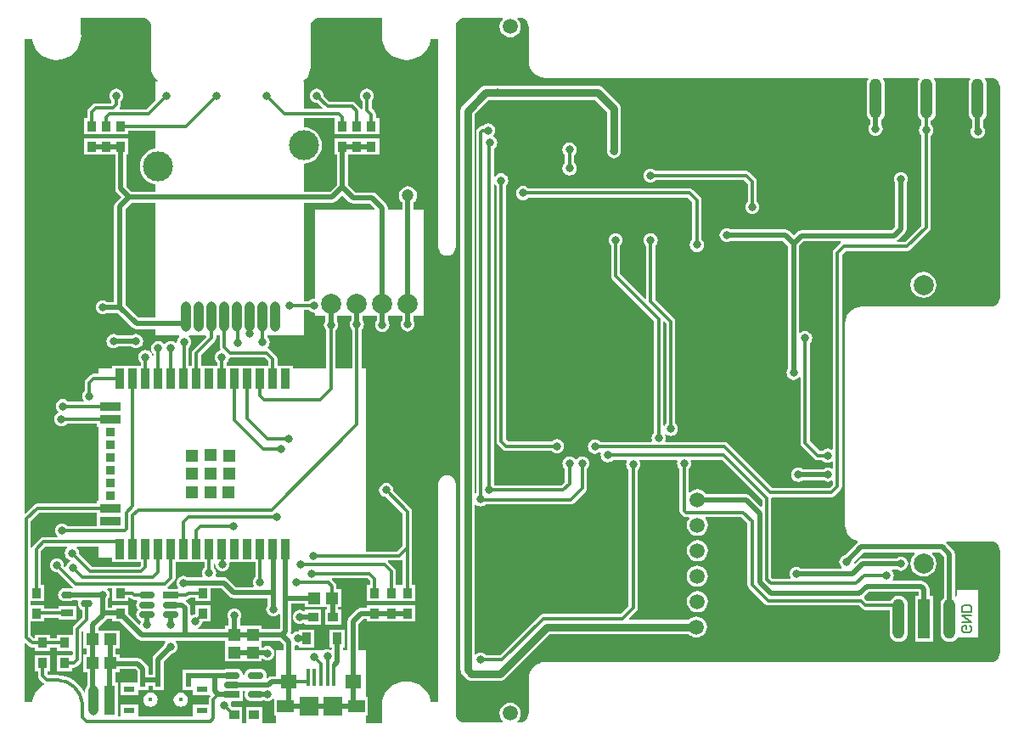
<source format=gbl>
G04*
G04 #@! TF.GenerationSoftware,Altium Limited,Altium Designer,21.2.1 (34)*
G04*
G04 Layer_Physical_Order=2*
G04 Layer_Color=16711680*
%FSLAX43Y43*%
%MOMM*%
G71*
G04*
G04 #@! TF.SameCoordinates,D37F3DA0-8DBA-475A-B69E-14A0DF471598*
G04*
G04*
G04 #@! TF.FilePolarity,Positive*
G04*
G01*
G75*
%ADD12C,0.200*%
%ADD17R,1.200X1.200*%
%ADD18R,1.900X1.900*%
%ADD19R,1.700X1.300*%
%ADD20R,1.600X1.400*%
%ADD21R,0.400X1.700*%
%ADD22R,1.300X1.300*%
%ADD23R,1.300X1.300*%
%ADD24R,0.900X2.000*%
%ADD25R,2.000X0.900*%
%ADD27R,1.000X0.950*%
%ADD33R,0.950X1.000*%
%ADD39O,1.200X4.000*%
%ADD68C,0.300*%
%ADD69C,0.500*%
%ADD71C,0.800*%
%ADD72C,1.500*%
%ADD73C,2.000*%
%ADD74C,0.425*%
%ADD75C,1.200*%
%ADD76C,0.800*%
%ADD77R,1.200X4.000*%
%ADD78C,3.000*%
%ADD79O,1.000X3.000*%
%ADD80R,0.900X0.900*%
G04:AMPARAMS|DCode=81|XSize=1.2mm|YSize=0.7mm|CornerRadius=0.35mm|HoleSize=0mm|Usage=FLASHONLY|Rotation=0.000|XOffset=0mm|YOffset=0mm|HoleType=Round|Shape=RoundedRectangle|*
%AMROUNDEDRECTD81*
21,1,1.200,0.000,0,0,0.0*
21,1,0.500,0.700,0,0,0.0*
1,1,0.700,0.250,0.000*
1,1,0.700,-0.250,0.000*
1,1,0.700,-0.250,0.000*
1,1,0.700,0.250,0.000*
%
%ADD81ROUNDEDRECTD81*%
%ADD82R,1.200X0.700*%
%ADD83R,0.900X1.200*%
%ADD84R,0.900X1.200*%
%ADD85R,1.200X1.200*%
G04:AMPARAMS|DCode=86|XSize=1.6mm|YSize=0.7mm|CornerRadius=0.35mm|HoleSize=0mm|Usage=FLASHONLY|Rotation=180.000|XOffset=0mm|YOffset=0mm|HoleType=Round|Shape=RoundedRectangle|*
%AMROUNDEDRECTD86*
21,1,1.600,0.000,0,0,180.0*
21,1,0.900,0.700,0,0,180.0*
1,1,0.700,-0.450,0.000*
1,1,0.700,0.450,0.000*
1,1,0.700,0.450,0.000*
1,1,0.700,-0.450,0.000*
%
%ADD86ROUNDEDRECTD86*%
%ADD87R,1.600X0.700*%
%ADD88R,1.100X0.600*%
%ADD89R,0.500X1.400*%
%ADD90O,1.000X3.000*%
%ADD91R,1.000X3.000*%
G36*
X53763Y72756D02*
X53984Y72665D01*
X54173Y72519D01*
X54319Y72330D01*
X54410Y72109D01*
X54440Y71878D01*
X54439Y71872D01*
Y68417D01*
X54438D01*
X54470Y68099D01*
X54562Y67794D01*
X54713Y67513D01*
X54915Y67266D01*
X55162Y67064D01*
X55443Y66913D01*
X55749Y66821D01*
X56066Y66789D01*
Y66790D01*
X88258Y66790D01*
X88320Y66663D01*
X88247Y66568D01*
X88157Y66349D01*
X88126Y66114D01*
Y63314D01*
X88157Y63079D01*
X88247Y62860D01*
X88392Y62672D01*
X88468Y62614D01*
Y62137D01*
X88419Y62074D01*
X88349Y61903D01*
X88325Y61721D01*
X88349Y61538D01*
X88419Y61368D01*
X88531Y61221D01*
X88678Y61109D01*
X88848Y61039D01*
X89031Y61015D01*
X89213Y61039D01*
X89384Y61109D01*
X89530Y61221D01*
X89642Y61368D01*
X89713Y61538D01*
X89737Y61721D01*
X89713Y61903D01*
X89642Y62074D01*
X89589Y62143D01*
Y62606D01*
X89675Y62672D01*
X89820Y62860D01*
X89910Y63079D01*
X89941Y63314D01*
Y66114D01*
X89910Y66349D01*
X89820Y66568D01*
X89747Y66663D01*
X89809Y66790D01*
X93338Y66790D01*
X93400Y66663D01*
X93327Y66568D01*
X93237Y66349D01*
X93206Y66114D01*
Y63314D01*
X93237Y63079D01*
X93327Y62860D01*
X93472Y62672D01*
X93624Y62555D01*
Y62116D01*
X93561Y62068D01*
X93448Y61921D01*
X93378Y61751D01*
X93354Y61568D01*
X93378Y61386D01*
X93448Y61215D01*
X93561Y61069D01*
X93601Y61038D01*
Y52056D01*
X91990Y50445D01*
X91206D01*
X91168Y50572D01*
X91256Y50631D01*
X91951Y51326D01*
X92072Y51507D01*
X92115Y51722D01*
Y56246D01*
X92166Y56312D01*
X92236Y56482D01*
X92260Y56665D01*
X92236Y56848D01*
X92166Y57018D01*
X92053Y57164D01*
X91907Y57277D01*
X91737Y57347D01*
X91554Y57371D01*
X91371Y57347D01*
X91201Y57277D01*
X91055Y57164D01*
X90943Y57018D01*
X90872Y56848D01*
X90848Y56665D01*
X90872Y56482D01*
X90943Y56312D01*
X90993Y56246D01*
Y51954D01*
X90627Y51588D01*
X81614D01*
X81399Y51545D01*
X81217Y51424D01*
X80852Y51058D01*
X80410Y51500D01*
X80228Y51622D01*
X80014Y51664D01*
X74591D01*
X74525Y51715D01*
X74354Y51785D01*
X74172Y51810D01*
X73989Y51785D01*
X73819Y51715D01*
X73672Y51603D01*
X73560Y51456D01*
X73490Y51286D01*
X73466Y51103D01*
X73490Y50921D01*
X73560Y50750D01*
X73672Y50604D01*
X73819Y50492D01*
X73989Y50421D01*
X74172Y50397D01*
X74354Y50421D01*
X74525Y50492D01*
X74591Y50543D01*
X79781D01*
X80291Y50033D01*
Y37781D01*
X80240Y37715D01*
X80170Y37545D01*
X80146Y37362D01*
X80170Y37179D01*
X80240Y37009D01*
X80353Y36863D01*
X80499Y36751D01*
X80669Y36680D01*
X80852Y36656D01*
X81034Y36680D01*
X81205Y36751D01*
X81351Y36863D01*
X81425Y36960D01*
X81552Y36917D01*
Y30386D01*
X81587Y30210D01*
X81687Y30062D01*
X82966Y28783D01*
X83115Y28683D01*
X83290Y28648D01*
X83700D01*
X83731Y28608D01*
X83877Y28496D01*
X84047Y28425D01*
X84230Y28401D01*
X84413Y28425D01*
X84583Y28496D01*
X84635Y28535D01*
X84762Y28473D01*
Y27856D01*
X84635Y27793D01*
X84608Y27814D01*
X84438Y27884D01*
X84255Y27908D01*
X84073Y27884D01*
X83902Y27814D01*
X83830Y27758D01*
X81749D01*
X81689Y27804D01*
X81519Y27874D01*
X81336Y27898D01*
X81153Y27874D01*
X80983Y27804D01*
X80837Y27691D01*
X80725Y27545D01*
X80654Y27375D01*
X80630Y27192D01*
X80654Y27009D01*
X80725Y26839D01*
X80837Y26693D01*
X80983Y26581D01*
X81153Y26510D01*
X81336Y26486D01*
X81519Y26510D01*
X81689Y26581D01*
X81762Y26636D01*
X83843D01*
X83902Y26591D01*
X84073Y26520D01*
X84255Y26496D01*
X84438Y26520D01*
X84608Y26591D01*
X84635Y26611D01*
X84762Y26548D01*
Y26194D01*
X84461Y25893D01*
X78670D01*
X74242Y30320D01*
X74093Y30420D01*
X73918Y30455D01*
X68125D01*
X68040Y30582D01*
X68074Y30663D01*
X68098Y30846D01*
X68074Y31029D01*
X68003Y31199D01*
X68106Y31268D01*
X68109Y31264D01*
X68255Y31152D01*
X68425Y31081D01*
X68608Y31057D01*
X68791Y31081D01*
X68961Y31152D01*
X69107Y31264D01*
X69220Y31410D01*
X69290Y31581D01*
X69314Y31763D01*
X69290Y31946D01*
X69220Y32116D01*
X69107Y32263D01*
X69067Y32294D01*
Y42482D01*
X69032Y42657D01*
X68933Y42806D01*
X67065Y44674D01*
Y50036D01*
X67105Y50067D01*
X67218Y50214D01*
X67288Y50384D01*
X67312Y50567D01*
X67288Y50749D01*
X67218Y50920D01*
X67105Y51066D01*
X66959Y51178D01*
X66789Y51249D01*
X66606Y51273D01*
X66423Y51249D01*
X66253Y51178D01*
X66107Y51066D01*
X65995Y50920D01*
X65924Y50749D01*
X65900Y50567D01*
X65924Y50384D01*
X65995Y50214D01*
X66107Y50067D01*
X66147Y50036D01*
Y44818D01*
X66030Y44769D01*
X63569Y47230D01*
Y50067D01*
X63610Y50098D01*
X63722Y50244D01*
X63792Y50415D01*
X63816Y50597D01*
X63792Y50780D01*
X63722Y50950D01*
X63610Y51097D01*
X63463Y51209D01*
X63293Y51279D01*
X63110Y51304D01*
X62928Y51279D01*
X62757Y51209D01*
X62611Y51097D01*
X62499Y50950D01*
X62428Y50780D01*
X62404Y50597D01*
X62428Y50415D01*
X62499Y50244D01*
X62611Y50098D01*
X62652Y50067D01*
Y47040D01*
X62686Y46864D01*
X62786Y46716D01*
X66933Y42569D01*
Y31376D01*
X66892Y31345D01*
X66780Y31199D01*
X66710Y31029D01*
X66686Y30846D01*
X66710Y30663D01*
X66743Y30582D01*
X66658Y30455D01*
X61570D01*
X61539Y30495D01*
X61393Y30608D01*
X61222Y30678D01*
X61040Y30702D01*
X60857Y30678D01*
X60687Y30608D01*
X60541Y30495D01*
X60428Y30349D01*
X60358Y30179D01*
X60334Y29996D01*
X60358Y29813D01*
X60428Y29643D01*
X60541Y29497D01*
X60687Y29385D01*
X60857Y29314D01*
X61040Y29290D01*
X61222Y29314D01*
X61393Y29385D01*
X61481Y29452D01*
X61540Y29448D01*
X61622Y29337D01*
X61626Y29316D01*
X61604Y29146D01*
X61628Y28963D01*
X61698Y28793D01*
X61811Y28647D01*
X61957Y28535D01*
X62127Y28464D01*
X62310Y28440D01*
X62492Y28464D01*
X62663Y28535D01*
X62809Y28647D01*
X62849Y28699D01*
X64193D01*
X64249Y28585D01*
X64238Y28571D01*
X64168Y28401D01*
X64144Y28218D01*
X64168Y28035D01*
X64238Y27865D01*
X64351Y27719D01*
X64391Y27688D01*
Y14083D01*
X63630Y13322D01*
X55870D01*
X55694Y13287D01*
X55546Y13187D01*
X51553Y9195D01*
X50191D01*
X50141Y9259D01*
X49995Y9371D01*
X49825Y9442D01*
X49642Y9466D01*
X49459Y9442D01*
X49289Y9371D01*
X49173Y9282D01*
X49046Y9326D01*
Y24160D01*
X49173Y24211D01*
X49282Y24127D01*
X49452Y24056D01*
X49635Y24032D01*
X49818Y24056D01*
X49988Y24127D01*
X50123Y24230D01*
X58603D01*
X58779Y24265D01*
X58927Y24365D01*
X60098Y25535D01*
X60197Y25684D01*
X60232Y25859D01*
Y27792D01*
X60269Y27820D01*
X60381Y27967D01*
X60452Y28137D01*
X60476Y28320D01*
X60452Y28502D01*
X60381Y28673D01*
X60269Y28819D01*
X60123Y28931D01*
X59952Y29002D01*
X59770Y29026D01*
X59587Y29002D01*
X59417Y28931D01*
X59271Y28819D01*
X59213Y28745D01*
X59056D01*
X58999Y28819D01*
X58853Y28931D01*
X58682Y29002D01*
X58500Y29026D01*
X58317Y29002D01*
X58147Y28931D01*
X58001Y28819D01*
X57888Y28673D01*
X57818Y28502D01*
X57794Y28320D01*
X57818Y28137D01*
X57888Y27967D01*
X58001Y27820D01*
X58041Y27789D01*
Y26503D01*
X57675Y26137D01*
X51054D01*
X51023Y26177D01*
X50983Y26208D01*
Y56141D01*
X51110Y56175D01*
X51200Y56058D01*
X51234Y56032D01*
Y30553D01*
X51269Y30377D01*
X51368Y30228D01*
X51874Y29722D01*
X52023Y29623D01*
X52198Y29588D01*
X56725D01*
X56756Y29548D01*
X56902Y29435D01*
X57072Y29365D01*
X57255Y29341D01*
X57438Y29365D01*
X57608Y29435D01*
X57754Y29548D01*
X57867Y29694D01*
X57937Y29864D01*
X57961Y30047D01*
X57937Y30230D01*
X57867Y30400D01*
X57754Y30546D01*
X57608Y30658D01*
X57438Y30729D01*
X57255Y30753D01*
X57072Y30729D01*
X56902Y30658D01*
X56756Y30546D01*
X56725Y30506D01*
X52389D01*
X52151Y30743D01*
Y56022D01*
X52198Y56058D01*
X52310Y56204D01*
X52381Y56375D01*
X52405Y56557D01*
X52381Y56740D01*
X52310Y56910D01*
X52198Y57057D01*
X52052Y57169D01*
X51882Y57239D01*
X51699Y57263D01*
X51516Y57239D01*
X51346Y57169D01*
X51200Y57057D01*
X51110Y56940D01*
X50983Y56973D01*
Y59717D01*
X51096Y59804D01*
X51208Y59951D01*
X51279Y60121D01*
X51303Y60304D01*
X51279Y60486D01*
X51208Y60657D01*
X51096Y60803D01*
X50950Y60915D01*
X50926Y60925D01*
X50915Y61067D01*
X51009Y61190D01*
X51079Y61360D01*
X51103Y61543D01*
X51079Y61726D01*
X51009Y61896D01*
X50896Y62042D01*
X50750Y62154D01*
X50580Y62225D01*
X50397Y62249D01*
X50214Y62225D01*
X50044Y62154D01*
X49898Y62042D01*
X49855Y61986D01*
X49811D01*
X49635Y61951D01*
X49486Y61851D01*
X49311Y61676D01*
X49211Y61527D01*
X49176Y61351D01*
Y25401D01*
X49173Y25399D01*
X49046Y25466D01*
Y63206D01*
X50438Y64598D01*
X61050D01*
X62239Y63409D01*
Y59460D01*
X62263Y59277D01*
X62333Y59107D01*
X62446Y58961D01*
X62592Y58849D01*
X62762Y58778D01*
X62945Y58754D01*
X63127Y58778D01*
X63298Y58849D01*
X63444Y58961D01*
X63556Y59107D01*
X63627Y59277D01*
X63651Y59460D01*
Y63702D01*
X63627Y63885D01*
X63556Y64055D01*
X63444Y64201D01*
X61841Y65804D01*
X61695Y65916D01*
X61525Y65986D01*
X61342Y66011D01*
X50146D01*
X49963Y65986D01*
X49793Y65916D01*
X49646Y65804D01*
X47841Y63998D01*
X47728Y63852D01*
X47658Y63681D01*
X47634Y63499D01*
Y7733D01*
X47658Y7550D01*
X47728Y7380D01*
X47841Y7234D01*
X48234Y6840D01*
X48381Y6728D01*
X48551Y6657D01*
X48734Y6633D01*
X51566D01*
X51748Y6657D01*
X51919Y6728D01*
X52065Y6840D01*
X56532Y11307D01*
X70375D01*
X70408Y11264D01*
X70627Y11096D01*
X70883Y10990D01*
X71157Y10954D01*
X71431Y10990D01*
X71686Y11096D01*
X71906Y11264D01*
X72074Y11483D01*
X72180Y11739D01*
X72216Y12013D01*
X72180Y12287D01*
X72074Y12542D01*
X71906Y12762D01*
X71686Y12930D01*
X71431Y13036D01*
X71157Y13072D01*
X70883Y13036D01*
X70627Y12930D01*
X70408Y12762D01*
X70375Y12719D01*
X64491D01*
X64442Y12836D01*
X65174Y13568D01*
X65274Y13717D01*
X65309Y13892D01*
Y27688D01*
X65349Y27719D01*
X65461Y27865D01*
X65532Y28035D01*
X65556Y28218D01*
X65532Y28401D01*
X65461Y28571D01*
X65450Y28585D01*
X65507Y28699D01*
X69197D01*
X69282Y28572D01*
X69248Y28491D01*
X69224Y28308D01*
X69248Y28125D01*
X69318Y27955D01*
X69431Y27809D01*
X69471Y27778D01*
Y23623D01*
X69506Y23447D01*
X69605Y23299D01*
X69781Y23123D01*
X69930Y23023D01*
X70105Y22988D01*
X70404D01*
X70467Y22861D01*
X70344Y22702D01*
X70238Y22446D01*
X70202Y22172D01*
X70238Y21898D01*
X70344Y21643D01*
X70512Y21423D01*
X70732Y21255D01*
X70987Y21149D01*
X71261Y21113D01*
X71535Y21149D01*
X71791Y21255D01*
X72010Y21423D01*
X72178Y21643D01*
X72284Y21898D01*
X72320Y22172D01*
X72284Y22446D01*
X72178Y22702D01*
X72056Y22861D01*
X72118Y22988D01*
X75641D01*
X76256Y22373D01*
Y16200D01*
X76291Y16025D01*
X76391Y15876D01*
X77987Y14279D01*
X78136Y14180D01*
X78312Y14145D01*
X87367D01*
X87682Y13831D01*
X87830Y13731D01*
X88006Y13696D01*
X90409D01*
Y11426D01*
X90440Y11191D01*
X90530Y10972D01*
X90675Y10784D01*
X90863Y10640D01*
X91082Y10549D01*
X91317Y10518D01*
X91551Y10549D01*
X91770Y10640D01*
X91958Y10784D01*
X92103Y10972D01*
X92193Y11191D01*
X92224Y11426D01*
Y14226D01*
X92193Y14461D01*
X92103Y14680D01*
X91958Y14868D01*
X91770Y15012D01*
X91551Y15102D01*
X91317Y15133D01*
X91082Y15102D01*
X90863Y15012D01*
X90675Y14868D01*
X90530Y14680D01*
X90503Y14614D01*
X88196D01*
X87917Y14893D01*
X87882Y14928D01*
X87916Y15058D01*
X88374Y15516D01*
X93296D01*
Y15126D01*
X92957D01*
Y10526D01*
X94757D01*
Y15126D01*
X94417D01*
Y15784D01*
X94375Y15999D01*
X94253Y16181D01*
X93960Y16473D01*
X93778Y16595D01*
X93564Y16638D01*
X90802D01*
X90740Y16765D01*
X90760Y16791D01*
X90830Y16961D01*
X90854Y17144D01*
X90830Y17326D01*
X90760Y17497D01*
X90662Y17624D01*
X90694Y17751D01*
X91151D01*
X91218Y17701D01*
X91388Y17630D01*
X91571Y17606D01*
X91753Y17630D01*
X91924Y17701D01*
X92070Y17813D01*
X92182Y17959D01*
X92253Y18129D01*
X92277Y18312D01*
X92253Y18495D01*
X92182Y18665D01*
X92070Y18811D01*
X91924Y18924D01*
X91753Y18994D01*
X91571Y19018D01*
X91388Y18994D01*
X91218Y18924D01*
X91151Y18873D01*
X87735D01*
X87521Y18830D01*
X87339Y18709D01*
X86968Y18338D01*
X86835Y18379D01*
X86827Y18439D01*
X87840Y19453D01*
X92906D01*
X92946Y19333D01*
X92869Y19273D01*
X92661Y19002D01*
X92530Y18686D01*
X92485Y18346D01*
X92530Y18007D01*
X92661Y17691D01*
X92869Y17419D01*
X93141Y17211D01*
X93457Y17080D01*
X93796Y17035D01*
X94136Y17080D01*
X94452Y17211D01*
X94723Y17419D01*
X94932Y17691D01*
X95063Y18007D01*
X95107Y18346D01*
X95063Y18686D01*
X94932Y19002D01*
X94723Y19273D01*
X94646Y19333D01*
X94687Y19453D01*
X95428D01*
X95836Y19045D01*
Y14930D01*
X95755Y14868D01*
X95610Y14680D01*
X95520Y14461D01*
X95489Y14226D01*
Y11426D01*
X95520Y11191D01*
X95610Y10972D01*
X95755Y10784D01*
X95943Y10640D01*
X96162Y10549D01*
X96397Y10518D01*
X96632Y10549D01*
X96850Y10640D01*
X97038Y10784D01*
X97183Y10972D01*
X97196Y11003D01*
X99275D01*
Y15668D01*
X97109D01*
Y15096D01*
X96982Y15025D01*
X96957Y15040D01*
Y19277D01*
X96915Y19492D01*
X96793Y19674D01*
X96056Y20410D01*
X96052Y20413D01*
X96091Y20540D01*
X100526D01*
X100532Y20541D01*
X100763Y20511D01*
X100984Y20420D01*
X101173Y20274D01*
X101319Y20085D01*
X101410Y19864D01*
X101440Y19633D01*
X101439Y19627D01*
Y9417D01*
X101440Y9411D01*
X101410Y9180D01*
X101319Y8960D01*
X101173Y8770D01*
X100984Y8625D01*
X100763Y8533D01*
X100532Y8503D01*
X100526Y8504D01*
X56193Y8504D01*
X56066Y8505D01*
Y8505D01*
X55749Y8474D01*
X55443Y8381D01*
X55162Y8231D01*
X54915Y8028D01*
X54713Y7781D01*
X54562Y7500D01*
X54470Y7195D01*
X54438Y6877D01*
X54439D01*
Y3417D01*
X54440Y3411D01*
X54410Y3180D01*
X54319Y2960D01*
X54173Y2770D01*
X53984Y2625D01*
X53763Y2533D01*
X53532Y2503D01*
X53526Y2504D01*
X53345D01*
X53304Y2624D01*
X53335Y2648D01*
X53503Y2868D01*
X53609Y3123D01*
X53645Y3397D01*
X53609Y3671D01*
X53503Y3927D01*
X53335Y4146D01*
X53116Y4314D01*
X52860Y4420D01*
X52586Y4456D01*
X52312Y4420D01*
X52057Y4314D01*
X51837Y4146D01*
X51669Y3927D01*
X51563Y3671D01*
X51527Y3397D01*
X51563Y3123D01*
X51669Y2868D01*
X51837Y2648D01*
X51869Y2624D01*
X51828Y2504D01*
X48066D01*
X48060Y2503D01*
X47829Y2533D01*
X47609Y2625D01*
X47419Y2770D01*
X47274Y2960D01*
X47182Y3180D01*
X47152Y3411D01*
X47153Y3417D01*
Y26314D01*
X47153D01*
X47124Y26536D01*
X47039Y26743D01*
X46902Y26921D01*
X46725Y27057D01*
X46518Y27143D01*
X46296Y27172D01*
X46074Y27143D01*
X45867Y27057D01*
X45690Y26921D01*
X45554Y26743D01*
X45468Y26536D01*
X45439Y26314D01*
X45439D01*
Y4499D01*
X44673D01*
X44661Y4622D01*
X44521Y5084D01*
X44293Y5510D01*
X43987Y5883D01*
X43614Y6189D01*
X43188Y6417D01*
X42726Y6557D01*
X42246Y6604D01*
X41766Y6557D01*
X41304Y6417D01*
X40878Y6189D01*
X40505Y5883D01*
X40199Y5510D01*
X39972Y5084D01*
X39832Y4622D01*
X39784Y4142D01*
X39789D01*
X39789Y4142D01*
Y2399D01*
X38252D01*
Y3145D01*
X38404D01*
Y5045D01*
X38252D01*
Y9677D01*
X37486D01*
Y12334D01*
X37967Y12816D01*
X38300D01*
Y12576D01*
X39850D01*
Y12576D01*
X39939D01*
Y12576D01*
X41488D01*
Y12576D01*
X41577D01*
Y12576D01*
X43127D01*
Y14176D01*
X41577D01*
Y14176D01*
X41488D01*
Y14176D01*
X39939D01*
Y14176D01*
X39850D01*
Y14176D01*
X38300D01*
Y13937D01*
X37735D01*
X37520Y13894D01*
X37338Y13773D01*
X36528Y12963D01*
X36407Y12781D01*
X36364Y12566D01*
Y9677D01*
X35918D01*
Y9971D01*
X36107D01*
Y11771D01*
X34607D01*
Y9971D01*
X34796D01*
Y9806D01*
X34781Y9786D01*
X34669Y9725D01*
X34549Y9775D01*
X34366Y9799D01*
X34183Y9775D01*
X34013Y9705D01*
X33978Y9677D01*
X33235D01*
X33217Y9685D01*
X33034Y9709D01*
X32851Y9685D01*
X32832Y9677D01*
X31086D01*
Y10158D01*
X31191Y10229D01*
X31213Y10220D01*
X31396Y10196D01*
X31463Y10205D01*
X31559Y10121D01*
Y9971D01*
X33059D01*
Y11771D01*
X31559D01*
Y11683D01*
X31463Y11599D01*
X31396Y11608D01*
X31213Y11584D01*
X31042Y11513D01*
X30896Y11401D01*
X30820Y11302D01*
X30714Y11371D01*
X30757Y11585D01*
Y14324D01*
X32154D01*
Y13984D01*
X34314D01*
Y13790D01*
X34134D01*
Y12240D01*
X35734D01*
Y13790D01*
X35435D01*
Y13984D01*
X35714D01*
Y15784D01*
X35273D01*
Y16078D01*
X35238Y16254D01*
X35139Y16403D01*
X34779Y16762D01*
X34783Y16802D01*
X34822Y16889D01*
X38367D01*
X38616Y16640D01*
Y16176D01*
X38300D01*
Y14576D01*
X39850D01*
Y14576D01*
X39939D01*
Y14576D01*
X41488D01*
Y14576D01*
X41577D01*
Y14576D01*
X43127D01*
Y16176D01*
X42811D01*
Y19964D01*
Y23536D01*
X42776Y23711D01*
X42676Y23860D01*
X40924Y25612D01*
X40931Y25663D01*
X40907Y25845D01*
X40836Y26016D01*
X40724Y26162D01*
X40578Y26274D01*
X40408Y26345D01*
X40225Y26369D01*
X40042Y26345D01*
X39872Y26274D01*
X39726Y26162D01*
X39614Y26016D01*
X39543Y25845D01*
X39519Y25663D01*
X39543Y25480D01*
X39614Y25310D01*
X39726Y25163D01*
X39872Y25051D01*
X40042Y24981D01*
X40225Y24957D01*
X40276Y24963D01*
X41893Y23346D01*
Y20154D01*
X41298Y19560D01*
X38252D01*
Y37770D01*
X37771D01*
Y41659D01*
X37812Y41690D01*
X37924Y41836D01*
X37995Y42007D01*
X38019Y42189D01*
X37995Y42372D01*
X37924Y42542D01*
X37865Y42619D01*
Y43041D01*
X37895Y43053D01*
X39254D01*
X39288Y43039D01*
Y42578D01*
X39241Y42517D01*
X39171Y42347D01*
X39147Y42164D01*
X39171Y41981D01*
X39241Y41811D01*
X39353Y41665D01*
X39500Y41553D01*
X39670Y41482D01*
X39853Y41458D01*
X40035Y41482D01*
X40206Y41553D01*
X40352Y41665D01*
X40464Y41811D01*
X40535Y41981D01*
X40559Y42164D01*
X40535Y42347D01*
X40464Y42517D01*
X40409Y42588D01*
Y43042D01*
X40435Y43053D01*
X41794D01*
X41815Y43044D01*
Y42620D01*
X41756Y42542D01*
X41685Y42372D01*
X41661Y42189D01*
X41685Y42007D01*
X41756Y41836D01*
X41868Y41690D01*
X42014Y41578D01*
X42184Y41507D01*
X42367Y41483D01*
X42550Y41507D01*
X42720Y41578D01*
X42866Y41690D01*
X42979Y41836D01*
X43049Y42007D01*
X43073Y42189D01*
X43049Y42372D01*
X42979Y42542D01*
X42937Y42597D01*
Y43037D01*
X42975Y43053D01*
X43993D01*
Y53645D01*
X42949D01*
Y54360D01*
X43034Y54425D01*
X43179Y54613D01*
X43269Y54832D01*
X43300Y55067D01*
X43269Y55302D01*
X43179Y55521D01*
X43034Y55709D01*
X42846Y55853D01*
X42628Y55944D01*
X42393Y55975D01*
X42158Y55944D01*
X41939Y55853D01*
X41751Y55709D01*
X41606Y55521D01*
X41516Y55302D01*
X41485Y55067D01*
X41516Y54832D01*
X41606Y54613D01*
X41751Y54425D01*
X41828Y54366D01*
Y53645D01*
X40405D01*
Y53805D01*
X40363Y54020D01*
X40241Y54202D01*
X39233Y55210D01*
X39051Y55331D01*
X38837Y55374D01*
X37178D01*
X36420Y56132D01*
Y59144D01*
X39530D01*
Y60744D01*
X35084D01*
Y59144D01*
X35299D01*
Y56132D01*
X34617Y55450D01*
X32029D01*
Y58239D01*
X32357Y58272D01*
X32696Y58375D01*
X33009Y58542D01*
X33283Y58767D01*
X33508Y59041D01*
X33675Y59353D01*
X33778Y59693D01*
X33813Y60046D01*
X33778Y60398D01*
X33675Y60738D01*
X33508Y61050D01*
X33283Y61325D01*
X33009Y61549D01*
X32696Y61717D01*
X32357Y61820D01*
X32029Y61852D01*
Y62762D01*
X34965D01*
X35084Y62744D01*
Y61144D01*
X39530D01*
Y62744D01*
X39214D01*
Y63124D01*
X39179Y63299D01*
X39080Y63448D01*
X38762Y63766D01*
Y64470D01*
X38802Y64501D01*
X38915Y64647D01*
X38985Y64818D01*
X39009Y65000D01*
X38985Y65183D01*
X38915Y65353D01*
X38802Y65500D01*
X38656Y65612D01*
X38486Y65682D01*
X38303Y65706D01*
X38120Y65682D01*
X37950Y65612D01*
X37804Y65500D01*
X37692Y65353D01*
X37621Y65183D01*
X37597Y65000D01*
X37621Y64818D01*
X37692Y64647D01*
X37804Y64501D01*
X37844Y64470D01*
Y63694D01*
X37811Y63682D01*
X37717Y63673D01*
X37632Y63801D01*
X37177Y64256D01*
X37028Y64356D01*
X36852Y64391D01*
X34571D01*
X34009Y64953D01*
X34016Y65003D01*
X33992Y65186D01*
X33921Y65356D01*
X33809Y65502D01*
X33663Y65615D01*
X33493Y65685D01*
X33310Y65709D01*
X33127Y65685D01*
X32957Y65615D01*
X32811Y65502D01*
X32699Y65356D01*
X32628Y65186D01*
X32604Y65003D01*
X32628Y64820D01*
X32699Y64650D01*
X32811Y64504D01*
X32957Y64392D01*
X33127Y64321D01*
X33310Y64297D01*
X33361Y64304D01*
X33868Y63797D01*
X33819Y63679D01*
X32029D01*
Y66396D01*
X31999D01*
X31978Y66479D01*
X31977Y66523D01*
X32215Y66718D01*
X32418Y66964D01*
X32568Y67246D01*
X32661Y67551D01*
X32692Y67869D01*
X32691D01*
Y71872D01*
X32690Y71878D01*
X32720Y72109D01*
X32812Y72330D01*
X32957Y72519D01*
X33147Y72665D01*
X33367Y72756D01*
X33598Y72786D01*
X33604Y72785D01*
X39789D01*
Y71042D01*
X39789Y71042D01*
X39784D01*
X39832Y70562D01*
X39972Y70100D01*
X40199Y69674D01*
X40505Y69301D01*
X40878Y68995D01*
X41304Y68768D01*
X41766Y68628D01*
X42246Y68580D01*
X42726Y68628D01*
X43188Y68768D01*
X43614Y68995D01*
X43987Y69301D01*
X44293Y69674D01*
X44521Y70100D01*
X44661Y70562D01*
X44673Y70685D01*
X45439D01*
Y49886D01*
X45439D01*
X45468Y49664D01*
X45554Y49457D01*
X45690Y49279D01*
X45867Y49143D01*
X46074Y49057D01*
X46296Y49028D01*
X46518Y49057D01*
X46725Y49143D01*
X46902Y49279D01*
X47039Y49457D01*
X47124Y49664D01*
X47153Y49886D01*
X47153D01*
Y71872D01*
X47152Y71878D01*
X47182Y72109D01*
X47274Y72330D01*
X47419Y72519D01*
X47609Y72665D01*
X47829Y72756D01*
X48060Y72786D01*
X48066Y72785D01*
X51828D01*
X51869Y72665D01*
X51837Y72641D01*
X51669Y72422D01*
X51563Y72166D01*
X51527Y71892D01*
X51563Y71618D01*
X51669Y71363D01*
X51837Y71143D01*
X52057Y70975D01*
X52312Y70869D01*
X52586Y70833D01*
X52860Y70869D01*
X53116Y70975D01*
X53335Y71143D01*
X53503Y71363D01*
X53609Y71618D01*
X53645Y71892D01*
X53609Y72166D01*
X53503Y72422D01*
X53335Y72641D01*
X53304Y72665D01*
X53345Y72785D01*
X53526D01*
X53532Y72786D01*
X53763Y72756D01*
D02*
G37*
G36*
X16112D02*
X16333Y72665D01*
X16522Y72519D01*
X16668Y72330D01*
X16759Y72109D01*
X16789Y71878D01*
X16788Y71872D01*
Y67869D01*
X16787D01*
X16818Y67551D01*
X16911Y67246D01*
X17062Y66964D01*
X17264Y66718D01*
X17502Y66523D01*
X17501Y66479D01*
X17481Y66396D01*
X17247D01*
Y64585D01*
X16326Y63664D01*
X13678D01*
X13649Y63735D01*
X13638Y63791D01*
X13734Y63934D01*
X13769Y64110D01*
Y64473D01*
X13809Y64504D01*
X13921Y64650D01*
X13992Y64820D01*
X14016Y65003D01*
X13992Y65186D01*
X13921Y65356D01*
X13809Y65502D01*
X13663Y65615D01*
X13493Y65685D01*
X13310Y65709D01*
X13127Y65685D01*
X12957Y65615D01*
X12811Y65502D01*
X12699Y65356D01*
X12628Y65186D01*
X12604Y65003D01*
X12628Y64820D01*
X12699Y64650D01*
X12811Y64504D01*
X12851Y64473D01*
Y64300D01*
X12815Y64264D01*
X11303D01*
X11127Y64229D01*
X10979Y64129D01*
X10540Y63691D01*
X10441Y63542D01*
X10406Y63367D01*
Y62744D01*
X10090D01*
Y61144D01*
X14536D01*
Y61485D01*
X17247D01*
Y59761D01*
X17126Y59750D01*
X16787Y59647D01*
X16474Y59479D01*
X16200Y59255D01*
X15975Y58980D01*
X15808Y58668D01*
X15705Y58328D01*
X15670Y57976D01*
X15705Y57623D01*
X15808Y57283D01*
X15975Y56971D01*
X16200Y56697D01*
X16474Y56472D01*
X16787Y56305D01*
X17126Y56202D01*
X17247Y56190D01*
Y55450D01*
X14837D01*
X14322Y55966D01*
Y59144D01*
X14536D01*
Y60744D01*
X10090D01*
Y59144D01*
X13200D01*
Y55733D01*
X13243Y55519D01*
X13364Y55337D01*
X13812Y54889D01*
X13269Y54346D01*
X13147Y54164D01*
X13104Y53950D01*
Y44452D01*
X12382D01*
X12316Y44503D01*
X12146Y44573D01*
X11963Y44597D01*
X11781Y44573D01*
X11610Y44503D01*
X11464Y44390D01*
X11352Y44244D01*
X11281Y44074D01*
X11257Y43891D01*
X11281Y43708D01*
X11352Y43538D01*
X11464Y43392D01*
X11610Y43280D01*
X11781Y43209D01*
X11963Y43185D01*
X12146Y43209D01*
X12316Y43280D01*
X12382Y43330D01*
X13484D01*
X14920Y41894D01*
X15102Y41773D01*
X15316Y41730D01*
X17247D01*
Y41072D01*
X19568D01*
X19611Y40945D01*
X19567Y40911D01*
X19455Y40764D01*
X19384Y40594D01*
X19363Y40434D01*
X19344Y40417D01*
X19306Y40397D01*
X19236Y40378D01*
X19124Y40464D01*
X18953Y40535D01*
X18771Y40559D01*
X18588Y40535D01*
X18418Y40464D01*
X18271Y40352D01*
X18196Y40254D01*
X18061Y40241D01*
X18040Y40249D01*
X18000Y40301D01*
X17854Y40413D01*
X17683Y40484D01*
X17501Y40508D01*
X17318Y40484D01*
X17148Y40413D01*
X17001Y40301D01*
X16889Y40155D01*
X16819Y39985D01*
X16795Y39802D01*
X16819Y39619D01*
X16889Y39449D01*
X17001Y39303D01*
X17042Y39272D01*
Y39113D01*
X16915Y39104D01*
X16913Y39121D01*
X16842Y39291D01*
X16730Y39437D01*
X16584Y39550D01*
X16413Y39620D01*
X16231Y39644D01*
X16048Y39620D01*
X15878Y39550D01*
X15731Y39437D01*
X15619Y39291D01*
X15549Y39121D01*
X15525Y38938D01*
X15549Y38755D01*
X15619Y38585D01*
X15731Y38439D01*
X15772Y38408D01*
Y38103D01*
X12936D01*
Y37770D01*
X11506D01*
Y37262D01*
X11073D01*
X10897Y37227D01*
X10749Y37128D01*
X10293Y36672D01*
X10193Y36523D01*
X10158Y36347D01*
Y35582D01*
X10118Y35551D01*
X10006Y35405D01*
X9935Y35235D01*
X9911Y35052D01*
X9935Y34869D01*
X10006Y34699D01*
X10065Y34622D01*
X10002Y34495D01*
X8531D01*
X8500Y34535D01*
X8354Y34647D01*
X8184Y34718D01*
X8001Y34742D01*
X7818Y34718D01*
X7648Y34647D01*
X7502Y34535D01*
X7390Y34389D01*
X7319Y34219D01*
X7295Y34036D01*
X7319Y33853D01*
X7390Y33683D01*
X7502Y33537D01*
X7542Y33506D01*
X7526Y33380D01*
X7496Y33367D01*
X7349Y33255D01*
X7237Y33109D01*
X7167Y32938D01*
X7143Y32756D01*
X7167Y32573D01*
X7237Y32403D01*
X7349Y32256D01*
X7496Y32144D01*
X7666Y32074D01*
X7849Y32050D01*
X8031Y32074D01*
X8202Y32144D01*
X8348Y32256D01*
X8373Y32289D01*
X11386D01*
Y31998D01*
X11506D01*
Y24608D01*
X11386D01*
Y24317D01*
X5418D01*
X5242Y24282D01*
X5093Y24183D01*
X4270Y23360D01*
X4153Y23408D01*
Y70685D01*
X4919D01*
X4932Y70562D01*
X5072Y70100D01*
X5299Y69674D01*
X5605Y69301D01*
X5978Y68995D01*
X6404Y68768D01*
X6866Y68628D01*
X7346Y68580D01*
X7826Y68628D01*
X8288Y68768D01*
X8714Y68995D01*
X9087Y69301D01*
X9393Y69674D01*
X9621Y70100D01*
X9761Y70562D01*
X9808Y71042D01*
X9803D01*
Y72785D01*
X15875D01*
X15881Y72786D01*
X16112Y72756D01*
D02*
G37*
G36*
X100763Y66761D02*
X100984Y66670D01*
X101173Y66524D01*
X101319Y66335D01*
X101410Y66114D01*
X101440Y65883D01*
X101439Y65877D01*
X101439Y44867D01*
X101440Y44861D01*
X101410Y44630D01*
X101319Y44410D01*
X101173Y44220D01*
X100984Y44075D01*
X100763Y43983D01*
X100532Y43953D01*
X100526Y43954D01*
X87606D01*
Y43955D01*
X87289Y43924D01*
X86983Y43831D01*
X86702Y43681D01*
X86455Y43478D01*
X86253Y43231D01*
X86102Y42950D01*
X86010Y42645D01*
X85978Y42327D01*
X85979D01*
Y22167D01*
X85978D01*
X86010Y21849D01*
X86102Y21544D01*
X86253Y21263D01*
X86455Y21016D01*
X86702Y20814D01*
X86983Y20663D01*
X87243Y20584D01*
X87270Y20460D01*
X87268Y20448D01*
X87212Y20410D01*
X86009Y19208D01*
X85927Y19197D01*
X85757Y19127D01*
X85610Y19015D01*
X85498Y18868D01*
X85428Y18698D01*
X85404Y18515D01*
X85428Y18333D01*
X85498Y18162D01*
X85610Y18016D01*
X85652Y17984D01*
X85609Y17857D01*
X81550D01*
X81484Y17908D01*
X81314Y17978D01*
X81131Y18002D01*
X80948Y17978D01*
X80778Y17908D01*
X80632Y17795D01*
X80520Y17649D01*
X80449Y17479D01*
X80425Y17296D01*
X80449Y17113D01*
X80520Y16943D01*
X80531Y16929D01*
X80474Y16815D01*
X78756D01*
X78630Y16941D01*
Y24855D01*
X78626Y24877D01*
X78707Y24975D01*
X84651D01*
X84826Y25010D01*
X84975Y25109D01*
X85545Y25679D01*
X85644Y25828D01*
X85679Y26004D01*
Y49161D01*
X86046Y49527D01*
X92180D01*
X92356Y49562D01*
X92505Y49661D01*
X94384Y51541D01*
X94484Y51690D01*
X94519Y51865D01*
Y61038D01*
X94559Y61069D01*
X94671Y61215D01*
X94742Y61386D01*
X94766Y61568D01*
X94742Y61751D01*
X94671Y61921D01*
X94559Y62068D01*
X94542Y62081D01*
Y62517D01*
X94567Y62528D01*
X94755Y62672D01*
X94900Y62860D01*
X94990Y63079D01*
X95021Y63314D01*
Y66114D01*
X94990Y66349D01*
X94900Y66568D01*
X94827Y66663D01*
X94889Y66790D01*
X98418D01*
X98480Y66663D01*
X98407Y66568D01*
X98317Y66349D01*
X98286Y66114D01*
Y63314D01*
X98317Y63079D01*
X98407Y62860D01*
X98552Y62672D01*
X98640Y62604D01*
Y61816D01*
X98605Y61769D01*
X98534Y61599D01*
X98510Y61416D01*
X98534Y61233D01*
X98605Y61063D01*
X98717Y60917D01*
X98863Y60804D01*
X99033Y60734D01*
X99216Y60710D01*
X99399Y60734D01*
X99569Y60804D01*
X99715Y60917D01*
X99827Y61063D01*
X99898Y61233D01*
X99922Y61416D01*
X99898Y61599D01*
X99827Y61769D01*
X99762Y61854D01*
Y62616D01*
X99835Y62672D01*
X99980Y62860D01*
X100070Y63079D01*
X100101Y63314D01*
Y66114D01*
X100070Y66349D01*
X99980Y66568D01*
X99907Y66663D01*
X99969Y66790D01*
X100526D01*
X100532Y66791D01*
X100763Y66761D01*
D02*
G37*
G36*
X36549Y54417D02*
X36731Y54295D01*
X36946Y54252D01*
X38604D01*
X39095Y53762D01*
X39046Y53645D01*
X33172D01*
Y44855D01*
X33077Y44771D01*
X33045Y44775D01*
X32863Y44751D01*
X32692Y44680D01*
X32546Y44568D01*
X32515Y44528D01*
X32029D01*
Y54329D01*
X34849D01*
X35063Y54371D01*
X35245Y54493D01*
X35859Y55107D01*
X36549Y54417D01*
D02*
G37*
G36*
X17247Y42852D02*
X15548D01*
X14226Y44174D01*
Y53717D01*
X14837Y54329D01*
X17247D01*
Y42852D01*
D02*
G37*
G36*
X24689Y38911D02*
X28131D01*
X28467Y38575D01*
Y38103D01*
X24309D01*
Y38383D01*
X24350Y38414D01*
X24462Y38560D01*
X24533Y38730D01*
X24543Y38811D01*
X24678Y38913D01*
X24689Y38911D01*
D02*
G37*
G36*
X23640Y39960D02*
X23675Y39784D01*
X23712Y39729D01*
X23675Y39615D01*
X23653Y39589D01*
X23498Y39524D01*
X23351Y39412D01*
X23239Y39266D01*
X23169Y39096D01*
X23145Y38913D01*
X23169Y38730D01*
X23239Y38560D01*
X23351Y38414D01*
X23392Y38383D01*
Y38103D01*
X21765D01*
Y39125D01*
X23153Y40513D01*
X23253Y40662D01*
X23288Y40838D01*
Y41072D01*
X23640D01*
Y39960D01*
D02*
G37*
G36*
X22287Y40945D02*
X20982Y39639D01*
X20882Y39490D01*
X20847Y39315D01*
Y38103D01*
X20525D01*
Y39881D01*
X20565Y39912D01*
X20677Y40058D01*
X20748Y40229D01*
X20772Y40411D01*
X20748Y40594D01*
X20677Y40764D01*
X20565Y40911D01*
X20521Y40945D01*
X20564Y41072D01*
X22235D01*
X22287Y40945D01*
D02*
G37*
G36*
X36744Y43041D02*
Y42598D01*
X36701Y42542D01*
X36631Y42372D01*
X36607Y42189D01*
X36631Y42007D01*
X36701Y41836D01*
X36813Y41690D01*
X36854Y41659D01*
Y37770D01*
X35181D01*
Y41608D01*
X35221Y41639D01*
X35333Y41786D01*
X35404Y41956D01*
X35428Y42139D01*
X35404Y42321D01*
X35333Y42492D01*
X35304Y42530D01*
Y43032D01*
X35355Y43053D01*
X36714D01*
X36744Y43041D01*
D02*
G37*
G36*
X32546Y43570D02*
X32692Y43458D01*
X32863Y43387D01*
X33045Y43363D01*
X33077Y43367D01*
X33172Y43283D01*
Y43053D01*
X34174D01*
X34182Y43049D01*
Y42586D01*
X34110Y42492D01*
X34040Y42321D01*
X34016Y42139D01*
X34040Y41956D01*
X34110Y41786D01*
X34223Y41639D01*
X34263Y41608D01*
Y37770D01*
X30946D01*
Y38103D01*
X29385D01*
Y38765D01*
X29350Y38940D01*
X29251Y39089D01*
X28645Y39694D01*
X28497Y39794D01*
X28474Y39798D01*
X28449Y39846D01*
X28432Y39936D01*
X28526Y40058D01*
X28597Y40229D01*
X28621Y40411D01*
X28597Y40594D01*
X28526Y40764D01*
X28414Y40911D01*
X28371Y40944D01*
Y41072D01*
X32029D01*
Y43610D01*
X32515D01*
X32546Y43570D01*
D02*
G37*
G36*
X68149Y42292D02*
Y32294D01*
X68109Y32263D01*
X67997Y32116D01*
X67977Y32070D01*
X67850Y32095D01*
Y42425D01*
X67968Y42473D01*
X68149Y42292D01*
D02*
G37*
G36*
X85575Y50339D02*
X85531Y50310D01*
X84896Y49675D01*
X84797Y49526D01*
X84762Y49351D01*
Y29741D01*
X84635Y29679D01*
X84583Y29719D01*
X84413Y29789D01*
X84230Y29813D01*
X84047Y29789D01*
X83877Y29719D01*
X83731Y29606D01*
X83700Y29566D01*
X83480D01*
X82470Y30576D01*
Y40287D01*
X82510Y40318D01*
X82623Y40464D01*
X82693Y40634D01*
X82717Y40817D01*
X82693Y41000D01*
X82623Y41170D01*
X82510Y41316D01*
X82364Y41429D01*
X82194Y41499D01*
X82011Y41523D01*
X81828Y41499D01*
X81658Y41429D01*
X81540Y41338D01*
X81413Y41379D01*
Y50033D01*
X81846Y50466D01*
X85536D01*
X85575Y50339D01*
D02*
G37*
G36*
X77713Y24665D02*
Y24080D01*
X77595Y24031D01*
X76517Y25109D01*
X76335Y25231D01*
X76121Y25274D01*
X72154D01*
X72010Y25461D01*
X71791Y25629D01*
X71535Y25735D01*
X71261Y25771D01*
X70987Y25735D01*
X70732Y25629D01*
X70516Y25463D01*
X70469Y25470D01*
X70389Y25497D01*
Y27778D01*
X70429Y27809D01*
X70541Y27955D01*
X70612Y28125D01*
X70636Y28308D01*
X70612Y28491D01*
X70578Y28572D01*
X70663Y28699D01*
X73679D01*
X77713Y24665D01*
D02*
G37*
G36*
X11386Y22074D02*
X8430D01*
X8399Y22115D01*
X8252Y22227D01*
X8082Y22297D01*
X7899Y22321D01*
X7717Y22297D01*
X7546Y22227D01*
X7400Y22115D01*
X7288Y21968D01*
X7217Y21798D01*
X7193Y21615D01*
X7217Y21433D01*
X7288Y21262D01*
X7400Y21116D01*
X7443Y21084D01*
X7399Y20957D01*
X6071D01*
X5895Y20922D01*
X5746Y20822D01*
X5032Y20108D01*
X4932Y19959D01*
X4929Y19943D01*
X4802Y19956D01*
Y22594D01*
X5608Y23399D01*
X11386D01*
Y22074D01*
D02*
G37*
G36*
X27176Y17015D02*
X27136Y16984D01*
X27024Y16838D01*
X26953Y16667D01*
X26929Y16485D01*
X26953Y16302D01*
X27024Y16132D01*
X27034Y16118D01*
X26978Y16004D01*
X25251D01*
X24437Y16818D01*
X24255Y16940D01*
X24040Y16983D01*
X23314D01*
X23229Y17110D01*
X23263Y17191D01*
X23287Y17374D01*
X23263Y17556D01*
X23192Y17727D01*
X23080Y17873D01*
X23039Y17904D01*
Y18349D01*
X23050Y18353D01*
X23109Y18321D01*
X23173Y18262D01*
X23194Y18105D01*
X23265Y17935D01*
X23377Y17789D01*
X23523Y17677D01*
X23693Y17606D01*
X23876Y17582D01*
X24059Y17606D01*
X24229Y17677D01*
X24375Y17789D01*
X24487Y17935D01*
X24558Y18105D01*
X24582Y18288D01*
X24570Y18376D01*
X24675Y18503D01*
X25069D01*
X25121Y18496D01*
X25172Y18503D01*
X27176D01*
Y17015D01*
D02*
G37*
G36*
X8433Y19912D02*
X8391Y19879D01*
X8279Y19733D01*
X8208Y19563D01*
X8184Y19380D01*
X8208Y19197D01*
X8279Y19027D01*
X8391Y18881D01*
X8537Y18769D01*
X8693Y18704D01*
X8706Y18659D01*
X8703Y18571D01*
X8639Y18544D01*
X8492Y18432D01*
X8380Y18285D01*
X8310Y18115D01*
X8305Y18076D01*
X8183Y18035D01*
X8092Y18118D01*
X8097Y18161D01*
X8073Y18344D01*
X8003Y18514D01*
X7891Y18660D01*
X7744Y18772D01*
X7574Y18843D01*
X7391Y18867D01*
X7209Y18843D01*
X7038Y18772D01*
X6892Y18660D01*
X6780Y18514D01*
X6709Y18344D01*
X6685Y18161D01*
X6709Y17978D01*
X6780Y17808D01*
X6892Y17662D01*
X7038Y17550D01*
X7209Y17479D01*
X7391Y17455D01*
X7442Y17462D01*
X8896Y16008D01*
X8971Y15957D01*
X8911Y15845D01*
X8841Y15874D01*
X8671Y15896D01*
X8171D01*
X8002Y15874D01*
X7843Y15808D01*
X7708Y15704D01*
X7604Y15568D01*
X7538Y15410D01*
X7516Y15241D01*
X7538Y15071D01*
X7604Y14913D01*
X7708Y14777D01*
X7843Y14673D01*
X8002Y14607D01*
X8171Y14585D01*
X8671D01*
X8841Y14607D01*
X8999Y14673D01*
X9008Y14680D01*
X9434D01*
X9519Y14553D01*
X9495Y14495D01*
X9472Y14326D01*
X9495Y14156D01*
X9560Y13998D01*
X9664Y13862D01*
X9800Y13758D01*
X9919Y13709D01*
Y12954D01*
X9099Y12134D01*
X9000Y11985D01*
X8965Y11809D01*
Y11324D01*
X8913Y11219D01*
X7363D01*
Y10878D01*
X6754D01*
Y11219D01*
X5204D01*
Y10903D01*
X5077Y10888D01*
X4802Y11163D01*
Y12576D01*
X6131D01*
Y12952D01*
X7521D01*
Y12761D01*
X9321D01*
Y14061D01*
X7521D01*
Y13869D01*
X6131D01*
Y14176D01*
X4802D01*
Y14576D01*
X6131D01*
Y16176D01*
X5815D01*
Y19593D01*
X6261Y20039D01*
X8390D01*
X8433Y19912D01*
D02*
G37*
G36*
X11506Y18923D02*
X12936D01*
Y18503D01*
X15767D01*
Y18169D01*
X15609Y18010D01*
X10909D01*
X9927Y18992D01*
X9927Y18992D01*
X9589Y19330D01*
X9596Y19380D01*
X9572Y19563D01*
X9501Y19733D01*
X9389Y19879D01*
X9347Y19912D01*
X9390Y20039D01*
X11506D01*
Y18923D01*
D02*
G37*
G36*
X22122Y17904D02*
X22081Y17873D01*
X21969Y17727D01*
X21899Y17556D01*
X21875Y17374D01*
X21899Y17191D01*
X21932Y17110D01*
X21847Y16983D01*
X20417D01*
X20368Y17020D01*
X20198Y17090D01*
X20015Y17114D01*
X19832Y17090D01*
X19662Y17020D01*
X19516Y16908D01*
X19404Y16761D01*
X19333Y16591D01*
X19309Y16408D01*
X19333Y16226D01*
X19404Y16055D01*
X19484Y15951D01*
X19429Y15824D01*
X18464D01*
X18426Y15951D01*
X18511Y16008D01*
X19091Y16588D01*
X19190Y16737D01*
X19225Y16912D01*
Y18503D01*
X22122D01*
Y17904D01*
D02*
G37*
G36*
X41893Y18685D02*
Y16176D01*
X41577D01*
Y16176D01*
X41488D01*
Y16176D01*
X41172D01*
Y17554D01*
X41137Y17730D01*
X41038Y17879D01*
X40401Y18515D01*
X40421Y18598D01*
X40451Y18642D01*
X41488D01*
X41664Y18677D01*
X41766Y18745D01*
X41893Y18685D01*
D02*
G37*
G36*
X24622Y15047D02*
X24804Y14925D01*
X25019Y14882D01*
X28386D01*
Y14159D01*
X28356Y14120D01*
X28286Y13950D01*
X28262Y13767D01*
X28286Y13584D01*
X28356Y13414D01*
X28469Y13268D01*
X28615Y13155D01*
X28785Y13085D01*
X28968Y13061D01*
X29151Y13085D01*
X29321Y13155D01*
X29467Y13268D01*
X29509Y13322D01*
X29636Y13278D01*
Y11818D01*
X29596Y11779D01*
X27824D01*
Y12118D01*
X26024D01*
Y12118D01*
X25970D01*
Y12118D01*
X25644D01*
Y12716D01*
X25708Y12800D01*
X25779Y12970D01*
X25803Y13153D01*
X25779Y13336D01*
X25708Y13506D01*
X25596Y13652D01*
X25450Y13765D01*
X25280Y13835D01*
X25097Y13859D01*
X24914Y13835D01*
X24744Y13765D01*
X24598Y13652D01*
X24485Y13506D01*
X24415Y13336D01*
X24391Y13153D01*
X24415Y12970D01*
X24485Y12800D01*
X24523Y12752D01*
Y12118D01*
X24170D01*
Y11779D01*
X21452D01*
X21427Y11906D01*
X21562Y11962D01*
X21708Y12074D01*
X21820Y12220D01*
X21891Y12390D01*
X21915Y12572D01*
X22731D01*
Y14172D01*
X21181D01*
Y13275D01*
X21026Y13255D01*
X20856Y13184D01*
X20830Y13164D01*
X20703Y13227D01*
Y13931D01*
X20660Y14146D01*
X20539Y14328D01*
X20278Y14588D01*
X20279Y14628D01*
X20303Y14701D01*
X20319Y14723D01*
X20455Y14750D01*
X20604Y14850D01*
X20667Y14913D01*
X21181D01*
Y14572D01*
X22731D01*
Y15861D01*
X23808D01*
X24622Y15047D01*
D02*
G37*
G36*
X12926Y14576D02*
X14476D01*
Y14918D01*
X14710D01*
X14778Y14850D01*
X14927Y14750D01*
X15103Y14715D01*
X15356D01*
X15419Y14588D01*
X15391Y14552D01*
X15325Y14394D01*
X15303Y14224D01*
X15325Y14054D01*
X15391Y13896D01*
X15495Y13760D01*
Y13738D01*
X15391Y13602D01*
X15325Y13444D01*
X15303Y13274D01*
X15325Y13104D01*
X15391Y12946D01*
X15495Y12810D01*
X15631Y12706D01*
X15700Y12678D01*
X15782Y12608D01*
X15765Y12519D01*
X15726Y12426D01*
X15712Y12313D01*
X15578Y12268D01*
X14476Y13369D01*
Y14176D01*
X12926D01*
Y13947D01*
X12498D01*
Y14822D01*
X12549Y14888D01*
X12619Y15058D01*
X12643Y15241D01*
X12619Y15423D01*
X12549Y15594D01*
X12437Y15740D01*
X12428Y15746D01*
X12471Y15873D01*
X12926D01*
Y14576D01*
D02*
G37*
G36*
X29964Y10289D02*
Y9677D01*
X29261D01*
Y7109D01*
X28799D01*
X28584Y7066D01*
X28402Y6945D01*
X28391Y6934D01*
X28283Y7006D01*
X28287Y7014D01*
X28309Y7183D01*
X28287Y7353D01*
X28221Y7511D01*
X28117Y7647D01*
X27981Y7751D01*
X27823Y7816D01*
X27653Y7839D01*
X26753D01*
X26584Y7816D01*
X26426Y7751D01*
X26290Y7647D01*
X26186Y7511D01*
X26120Y7353D01*
X26101Y7209D01*
X25973D01*
X25954Y7353D01*
X25889Y7511D01*
X25785Y7647D01*
X25649Y7751D01*
X25491Y7816D01*
X25321Y7839D01*
X24421D01*
X24251Y7816D01*
X24093Y7751D01*
X24084Y7744D01*
X20491D01*
X20389Y7724D01*
X19931D01*
Y7228D01*
X19920Y7174D01*
Y6724D01*
X19931Y6670D01*
Y5724D01*
X20981D01*
Y5244D01*
X22627D01*
X22676Y5148D01*
X22683Y5118D01*
X22589Y4976D01*
X22554Y4801D01*
Y4264D01*
X20981D01*
Y3075D01*
X15481D01*
Y4254D01*
X13781D01*
Y3075D01*
X13449D01*
Y6474D01*
X13244D01*
Y7507D01*
X13616D01*
Y7813D01*
X15245D01*
X15420Y7637D01*
Y6724D01*
X15431Y6670D01*
Y6444D01*
X13781D01*
Y5244D01*
X15481D01*
Y5724D01*
X16531D01*
Y6163D01*
X16931D01*
Y5724D01*
X18031D01*
Y6670D01*
X18042Y6724D01*
Y8562D01*
X18820Y9340D01*
X18903Y9351D01*
X19073Y9422D01*
X19219Y9534D01*
X19331Y9680D01*
X19402Y9850D01*
X19426Y10033D01*
X19402Y10216D01*
X19331Y10386D01*
X19221Y10530D01*
X19222Y10541D01*
X19265Y10657D01*
X24170D01*
Y10318D01*
Y8558D01*
X25970D01*
Y8558D01*
X26024D01*
Y8558D01*
X27824D01*
Y8832D01*
X27951Y8858D01*
X28044Y8787D01*
X28214Y8716D01*
X28397Y8692D01*
X28580Y8716D01*
X28750Y8787D01*
X28896Y8899D01*
X29009Y9045D01*
X29079Y9215D01*
X29103Y9398D01*
X29079Y9581D01*
X29009Y9751D01*
X28896Y9897D01*
X28750Y10009D01*
X28580Y10080D01*
X28397Y10104D01*
X28214Y10080D01*
X28044Y10009D01*
X28017Y9989D01*
X27824D01*
Y10657D01*
X29596D01*
X29964Y10289D01*
D02*
G37*
G36*
X10056Y11519D02*
Y9870D01*
X10396D01*
Y9307D01*
X10056D01*
Y7507D01*
X10429D01*
Y6213D01*
X10325Y6077D01*
X10244Y5882D01*
X10217Y5674D01*
Y5507D01*
X10092Y5483D01*
X10072Y5531D01*
X9821Y5940D01*
X9509Y6305D01*
X9144Y6617D01*
X8735Y6868D01*
X8292Y7052D01*
X7825Y7164D01*
X7346Y7201D01*
Y7201D01*
X6580D01*
X6438Y7343D01*
Y7619D01*
X6754D01*
Y9219D01*
X5204D01*
Y7619D01*
X5520D01*
Y7153D01*
X5555Y6977D01*
X5655Y6828D01*
X6065Y6418D01*
X6097Y6396D01*
X6090Y6249D01*
X5978Y6189D01*
X5605Y5883D01*
X5299Y5510D01*
X5072Y5084D01*
X4932Y4622D01*
X4919Y4499D01*
X4153D01*
Y10348D01*
X4270Y10397D01*
X4573Y10094D01*
X4722Y9995D01*
X4897Y9960D01*
X5204D01*
Y9619D01*
X6754D01*
Y9960D01*
X7363D01*
Y9619D01*
X8913D01*
X8965Y9513D01*
Y9324D01*
X8913Y9219D01*
X7363D01*
Y7619D01*
X8913D01*
Y7960D01*
X9079D01*
X9255Y7995D01*
X9404Y8094D01*
X9748Y8439D01*
X9847Y8587D01*
X9882Y8763D01*
Y11548D01*
X9929Y11583D01*
X10056Y11519D01*
D02*
G37*
G36*
X12926Y12576D02*
X13683D01*
X15438Y10821D01*
X15620Y10700D01*
X15834Y10657D01*
X18175D01*
X18217Y10541D01*
X18219Y10530D01*
X18108Y10386D01*
X18038Y10216D01*
X18027Y10133D01*
X17085Y9191D01*
X16963Y9009D01*
X16920Y8794D01*
Y7285D01*
X16542D01*
Y7869D01*
X16499Y8084D01*
X16378Y8266D01*
X15873Y8770D01*
X15691Y8892D01*
X15477Y8935D01*
X13616D01*
Y9307D01*
X13277D01*
Y9870D01*
X13616D01*
Y11670D01*
X11517D01*
Y11969D01*
X12334Y12785D01*
X12360Y12825D01*
X12926D01*
Y12576D01*
D02*
G37*
G36*
X26158Y5543D02*
X26120Y5453D01*
X26098Y5283D01*
X26120Y5114D01*
X26186Y4955D01*
X26290Y4820D01*
X26426Y4715D01*
X26584Y4650D01*
X26753Y4628D01*
X27653D01*
X27823Y4650D01*
X27969Y4710D01*
X28019Y4672D01*
X28189Y4601D01*
X28372Y4577D01*
X28555Y4601D01*
X28725Y4672D01*
X28871Y4784D01*
X28917Y4844D01*
X29044Y4801D01*
Y3145D01*
X29261D01*
Y2399D01*
X27895D01*
X27850Y2507D01*
X27850Y2526D01*
Y4057D01*
X26250D01*
Y2526D01*
X26250Y2507D01*
X26204Y2399D01*
X25895D01*
X25850Y2507D01*
X25850D01*
Y4057D01*
X24898D01*
X24779Y4177D01*
X24785Y4228D01*
X24761Y4411D01*
X24722Y4506D01*
X24804Y4633D01*
X25971D01*
Y5617D01*
X26090Y5643D01*
X26158Y5543D01*
D02*
G37*
%LPC*%
G36*
X58500Y60319D02*
X58317Y60294D01*
X58147Y60224D01*
X58001Y60112D01*
X57888Y59965D01*
X57818Y59795D01*
X57794Y59612D01*
X57818Y59430D01*
X57888Y59259D01*
X58001Y59113D01*
X58041Y59082D01*
Y58289D01*
X58001Y58258D01*
X57888Y58111D01*
X57818Y57941D01*
X57794Y57758D01*
X57818Y57576D01*
X57888Y57405D01*
X58001Y57259D01*
X58147Y57147D01*
X58317Y57076D01*
X58500Y57052D01*
X58682Y57076D01*
X58853Y57147D01*
X58999Y57259D01*
X59111Y57405D01*
X59182Y57576D01*
X59206Y57758D01*
X59182Y57941D01*
X59111Y58111D01*
X58999Y58258D01*
X58959Y58289D01*
Y59082D01*
X58999Y59113D01*
X59111Y59259D01*
X59182Y59430D01*
X59206Y59612D01*
X59182Y59795D01*
X59111Y59965D01*
X58999Y60112D01*
X58853Y60224D01*
X58682Y60294D01*
X58500Y60319D01*
D02*
G37*
G36*
X66575Y57741D02*
X66393Y57717D01*
X66222Y57646D01*
X66076Y57534D01*
X65964Y57388D01*
X65893Y57217D01*
X65869Y57035D01*
X65893Y56852D01*
X65964Y56682D01*
X66076Y56535D01*
X66222Y56423D01*
X66393Y56353D01*
X66575Y56329D01*
X66758Y56353D01*
X66928Y56423D01*
X67075Y56535D01*
X67115Y56588D01*
X75912D01*
X76278Y56222D01*
Y54428D01*
X76238Y54397D01*
X76126Y54250D01*
X76055Y54080D01*
X76031Y53897D01*
X76055Y53715D01*
X76126Y53544D01*
X76238Y53398D01*
X76384Y53286D01*
X76554Y53215D01*
X76737Y53191D01*
X76920Y53215D01*
X77090Y53286D01*
X77236Y53398D01*
X77348Y53544D01*
X77419Y53715D01*
X77443Y53897D01*
X77419Y54080D01*
X77348Y54250D01*
X77236Y54397D01*
X77196Y54428D01*
Y56412D01*
X77161Y56588D01*
X77061Y56736D01*
X76426Y57371D01*
X76278Y57471D01*
X76102Y57506D01*
X67096D01*
X67075Y57534D01*
X66928Y57646D01*
X66758Y57717D01*
X66575Y57741D01*
D02*
G37*
G36*
X53886Y56001D02*
X53703Y55976D01*
X53533Y55906D01*
X53387Y55794D01*
X53274Y55647D01*
X53204Y55477D01*
X53180Y55294D01*
X53204Y55112D01*
X53274Y54941D01*
X53387Y54795D01*
X53533Y54683D01*
X53703Y54612D01*
X53886Y54588D01*
X54068Y54612D01*
X54239Y54683D01*
X54385Y54795D01*
X54416Y54836D01*
X70266D01*
X70744Y54357D01*
Y50660D01*
X70704Y50629D01*
X70592Y50483D01*
X70521Y50312D01*
X70497Y50130D01*
X70521Y49947D01*
X70592Y49777D01*
X70704Y49630D01*
X70850Y49518D01*
X71021Y49448D01*
X71203Y49424D01*
X71386Y49448D01*
X71556Y49518D01*
X71703Y49630D01*
X71815Y49777D01*
X71885Y49947D01*
X71909Y50130D01*
X71885Y50312D01*
X71815Y50483D01*
X71703Y50629D01*
X71662Y50660D01*
Y54547D01*
X71627Y54723D01*
X71528Y54872D01*
X70781Y55619D01*
X70632Y55718D01*
X70456Y55753D01*
X54416D01*
X54385Y55794D01*
X54239Y55906D01*
X54068Y55976D01*
X53886Y56001D01*
D02*
G37*
G36*
X71261Y20691D02*
X70987Y20655D01*
X70732Y20549D01*
X70512Y20381D01*
X70344Y20162D01*
X70238Y19906D01*
X70202Y19632D01*
X70238Y19358D01*
X70344Y19103D01*
X70512Y18883D01*
X70732Y18715D01*
X70987Y18609D01*
X71261Y18573D01*
X71535Y18609D01*
X71791Y18715D01*
X72010Y18883D01*
X72178Y19103D01*
X72284Y19358D01*
X72320Y19632D01*
X72284Y19906D01*
X72178Y20162D01*
X72010Y20381D01*
X71791Y20549D01*
X71535Y20655D01*
X71261Y20691D01*
D02*
G37*
G36*
X71236Y18126D02*
X70962Y18090D01*
X70707Y17984D01*
X70487Y17816D01*
X70319Y17597D01*
X70213Y17341D01*
X70177Y17067D01*
X70213Y16793D01*
X70319Y16538D01*
X70487Y16318D01*
X70707Y16150D01*
X70962Y16044D01*
X71236Y16008D01*
X71510Y16044D01*
X71766Y16150D01*
X71985Y16318D01*
X72153Y16538D01*
X72259Y16793D01*
X72295Y17067D01*
X72259Y17341D01*
X72153Y17597D01*
X71985Y17816D01*
X71766Y17984D01*
X71510Y18090D01*
X71236Y18126D01*
D02*
G37*
G36*
X33734Y13790D02*
X32134D01*
Y13668D01*
X32007Y13610D01*
X31986Y13626D01*
X31816Y13697D01*
X31633Y13721D01*
X31450Y13697D01*
X31280Y13626D01*
X31134Y13514D01*
X31022Y13368D01*
X30951Y13198D01*
X30927Y13015D01*
X30951Y12832D01*
X31022Y12662D01*
X31134Y12516D01*
X31280Y12403D01*
X31450Y12333D01*
X31633Y12309D01*
X31816Y12333D01*
X31986Y12403D01*
X32007Y12420D01*
X32134Y12362D01*
Y12240D01*
X33734D01*
Y13790D01*
D02*
G37*
G36*
X71261Y15611D02*
X70987Y15575D01*
X70732Y15469D01*
X70512Y15301D01*
X70344Y15082D01*
X70238Y14826D01*
X70202Y14552D01*
X70238Y14278D01*
X70344Y14023D01*
X70512Y13803D01*
X70732Y13635D01*
X70987Y13529D01*
X71261Y13493D01*
X71535Y13529D01*
X71791Y13635D01*
X72010Y13803D01*
X72178Y14023D01*
X72284Y14278D01*
X72320Y14552D01*
X72284Y14826D01*
X72178Y15082D01*
X72010Y15301D01*
X71791Y15469D01*
X71535Y15575D01*
X71261Y15611D01*
D02*
G37*
G36*
X15291Y41244D02*
X15108Y41220D01*
X14938Y41150D01*
X14872Y41099D01*
X13449D01*
X13383Y41150D01*
X13213Y41220D01*
X13030Y41244D01*
X12847Y41220D01*
X12677Y41150D01*
X12531Y41038D01*
X12419Y40891D01*
X12348Y40721D01*
X12324Y40538D01*
X12348Y40356D01*
X12419Y40185D01*
X12531Y40039D01*
X12677Y39927D01*
X12847Y39856D01*
X13030Y39832D01*
X13213Y39856D01*
X13383Y39927D01*
X13449Y39978D01*
X14872D01*
X14938Y39927D01*
X15108Y39856D01*
X15291Y39832D01*
X15474Y39856D01*
X15644Y39927D01*
X15790Y40039D01*
X15902Y40185D01*
X15973Y40356D01*
X15997Y40538D01*
X15973Y40721D01*
X15902Y40891D01*
X15790Y41038D01*
X15644Y41150D01*
X15474Y41220D01*
X15291Y41244D01*
D02*
G37*
G36*
X93796Y47457D02*
X93457Y47413D01*
X93141Y47282D01*
X92869Y47073D01*
X92661Y46802D01*
X92530Y46486D01*
X92485Y46146D01*
X92530Y45807D01*
X92661Y45491D01*
X92869Y45219D01*
X93141Y45011D01*
X93457Y44880D01*
X93796Y44835D01*
X94136Y44880D01*
X94452Y45011D01*
X94723Y45219D01*
X94932Y45491D01*
X95063Y45807D01*
X95107Y46146D01*
X95063Y46486D01*
X94932Y46802D01*
X94723Y47073D01*
X94452Y47282D01*
X94136Y47413D01*
X93796Y47457D01*
D02*
G37*
G36*
X19737Y5456D02*
X19554Y5432D01*
X19384Y5361D01*
X19238Y5249D01*
X19126Y5103D01*
X19055Y4933D01*
X19031Y4750D01*
X19055Y4567D01*
X19126Y4397D01*
X19238Y4251D01*
X19384Y4138D01*
X19554Y4068D01*
X19737Y4044D01*
X19920Y4068D01*
X20090Y4138D01*
X20236Y4251D01*
X20349Y4397D01*
X20419Y4567D01*
X20443Y4750D01*
X20419Y4933D01*
X20349Y5103D01*
X20236Y5249D01*
X20090Y5361D01*
X19920Y5432D01*
X19737Y5456D01*
D02*
G37*
G36*
X16737D02*
X16554Y5432D01*
X16384Y5361D01*
X16238Y5249D01*
X16126Y5103D01*
X16055Y4933D01*
X16031Y4750D01*
X16055Y4567D01*
X16126Y4397D01*
X16238Y4251D01*
X16384Y4138D01*
X16554Y4068D01*
X16737Y4044D01*
X16920Y4068D01*
X17090Y4138D01*
X17236Y4251D01*
X17349Y4397D01*
X17419Y4567D01*
X17443Y4750D01*
X17419Y4933D01*
X17349Y5103D01*
X17236Y5249D01*
X17090Y5361D01*
X16920Y5432D01*
X16737Y5456D01*
D02*
G37*
%LPD*%
D12*
X98442Y12169D02*
X98609Y12003D01*
Y11670D01*
X98442Y11503D01*
X97776D01*
X97609Y11670D01*
Y12003D01*
X97776Y12169D01*
X98109D01*
Y11836D01*
X97609Y12503D02*
X98609D01*
X97609Y13169D01*
X98609D01*
Y13502D02*
X97609D01*
Y14002D01*
X97776Y14169D01*
X98442D01*
X98609Y14002D01*
Y13502D01*
D17*
X34814Y14884D02*
D03*
X33054D02*
D03*
X10956Y10770D02*
D03*
X12716D02*
D03*
X10956Y8407D02*
D03*
X12716D02*
D03*
D18*
X34925Y4098D02*
D03*
X32525D02*
D03*
D19*
X37254Y4095D02*
D03*
X30194D02*
D03*
D20*
X36925Y6548D02*
D03*
X30525D02*
D03*
D21*
X35025Y6973D02*
D03*
X34375D02*
D03*
X33725D02*
D03*
X33075D02*
D03*
X32425D02*
D03*
D22*
X20853Y29108D02*
D03*
X22696Y25468D02*
D03*
Y27303D02*
D03*
Y29138D02*
D03*
X24539Y29108D02*
D03*
D23*
X20853Y27273D02*
D03*
X20861Y25468D02*
D03*
X24531D02*
D03*
X24539Y27273D02*
D03*
D24*
X30196Y36803D02*
D03*
X28926D02*
D03*
X27656D02*
D03*
X26386D02*
D03*
X25116D02*
D03*
X23846D02*
D03*
X22576D02*
D03*
X21306D02*
D03*
X20036D02*
D03*
X18766D02*
D03*
X17496D02*
D03*
X16226D02*
D03*
X14956D02*
D03*
X13686D02*
D03*
D03*
Y19803D02*
D03*
X14956D02*
D03*
X16226D02*
D03*
X17496D02*
D03*
X18766D02*
D03*
X20036D02*
D03*
X21306D02*
D03*
X22576D02*
D03*
X23846D02*
D03*
X25116D02*
D03*
X26386D02*
D03*
X27656D02*
D03*
X28926D02*
D03*
X30196D02*
D03*
D03*
D25*
X12686Y34018D02*
D03*
Y32748D02*
D03*
Y23858D02*
D03*
Y22588D02*
D03*
D03*
D27*
X34934Y13015D02*
D03*
X32934D02*
D03*
X27050Y3282D02*
D03*
X25050D02*
D03*
D33*
X5356Y15376D02*
D03*
Y13376D02*
D03*
X8138Y10419D02*
D03*
Y8419D02*
D03*
X5979Y10419D02*
D03*
Y8419D02*
D03*
X42352Y13376D02*
D03*
Y15376D02*
D03*
X39075Y13376D02*
D03*
Y15376D02*
D03*
X40714Y13376D02*
D03*
Y15376D02*
D03*
X38755Y59944D02*
D03*
Y61944D02*
D03*
X37307Y59944D02*
D03*
Y61944D02*
D03*
X35859Y59944D02*
D03*
Y61944D02*
D03*
X13761Y59944D02*
D03*
Y61944D02*
D03*
X12313Y59944D02*
D03*
Y61944D02*
D03*
X10865Y59944D02*
D03*
Y61944D02*
D03*
X21956Y13372D02*
D03*
Y15372D02*
D03*
X13701Y13376D02*
D03*
Y15376D02*
D03*
D39*
X91317Y12826D02*
D03*
X96397D02*
D03*
X89034Y64714D02*
D03*
X94114D02*
D03*
X99194D02*
D03*
D68*
X9932Y4413D02*
G03*
X7346Y6742I-2586J-271D01*
G01*
X64850Y13892D02*
Y28218D01*
X59770Y28320D02*
X59773Y28316D01*
X50524Y25678D02*
X57865D01*
X58500Y26313D01*
X58603Y24689D02*
X59773Y25859D01*
X49642Y8760D02*
X49666Y8736D01*
X87100Y16356D02*
X87888Y17144D01*
X90148D01*
X62310Y29146D02*
X62322Y29158D01*
X83290Y29107D02*
X84230D01*
X49666Y8736D02*
X51743D01*
X78566Y16356D02*
X87100D01*
X58500Y57758D02*
Y59612D01*
X82011Y30386D02*
Y40817D01*
Y30386D02*
X83290Y29107D01*
X76102Y57047D02*
X76737Y56412D01*
Y53897D02*
Y56412D01*
X91317Y12826D02*
Y13739D01*
X90901Y14155D02*
X91317Y13739D01*
X87557Y14604D02*
X88006Y14155D01*
X90901D01*
X78312Y14604D02*
X87557D01*
X94083Y61591D02*
Y64698D01*
X85221Y49351D02*
X85856Y49986D01*
X92180D01*
X94060Y51865D02*
Y61568D01*
X92180Y49986D02*
X94060Y51865D01*
X49684Y24689D02*
X58603D01*
X49635Y24738D02*
X49684Y24689D01*
X59773Y25859D02*
Y28316D01*
X58500Y26313D02*
Y28320D01*
X50524Y60231D02*
X50597Y60304D01*
X50524Y25678D02*
Y60231D01*
X49811Y61527D02*
X50381D01*
X49635Y61351D02*
X49811Y61527D01*
X50381D02*
X50397Y61543D01*
X49635Y24738D02*
Y61351D01*
X52198Y30047D02*
X57255D01*
X51693Y30553D02*
X52198Y30047D01*
X51693Y56551D02*
X51699Y56557D01*
X51693Y30553D02*
Y56551D01*
X71203Y50130D02*
Y54547D01*
X70456Y55294D02*
X71203Y54547D01*
X53886Y55294D02*
X70456D01*
X66588Y57047D02*
X76102D01*
X66575Y57035D02*
X66588Y57047D01*
X61040Y29996D02*
X73918D01*
X63110Y47040D02*
Y50597D01*
X67392Y30846D02*
Y42759D01*
X63110Y47040D02*
X67392Y42759D01*
X68608Y31763D02*
Y42482D01*
X66606Y44484D02*
Y50567D01*
Y44484D02*
X68608Y42482D01*
X73918Y29996D02*
X78480Y25434D01*
X84651D01*
X85221Y26004D01*
Y49351D01*
X78172Y16750D02*
Y24855D01*
Y16750D02*
X78566Y16356D01*
X73869Y29158D02*
X78172Y24855D01*
X62322Y29158D02*
X73869D01*
X76715Y16200D02*
Y22563D01*
Y16200D02*
X78312Y14604D01*
X55870Y12863D02*
X63820D01*
X64850Y13892D01*
X51743Y8736D02*
X55870Y12863D01*
X69930Y23623D02*
Y28308D01*
X70105Y23447D02*
X75831D01*
X69930Y23623D02*
X70105Y23447D01*
X75831D02*
X76715Y22563D01*
X33680Y34696D02*
X34722Y35738D01*
Y42139D01*
X30632Y44069D02*
X33045D01*
X7899Y21615D02*
X14124D01*
X14300Y21791D01*
Y23444D01*
X14956Y24100D01*
Y23135D02*
X15494Y23673D01*
X14956Y19803D02*
Y23135D01*
Y24100D02*
Y36803D01*
X15494Y23673D02*
X28804D01*
X20523Y22987D02*
X29362D01*
X20036Y19803D02*
Y22500D01*
X20523Y22987D01*
X28804Y23673D02*
X37313Y32182D01*
Y42189D01*
X27991Y29794D02*
X29743D01*
X26386Y32847D02*
X28423Y30810D01*
X30531D01*
X28016Y34696D02*
X33680D01*
X27656Y35056D02*
X28016Y34696D01*
X27656Y35056D02*
Y36803D01*
X25116Y32669D02*
X27991Y29794D01*
X26386Y32847D02*
Y36803D01*
X25116Y32669D02*
Y36803D01*
X33034Y9003D02*
X33725Y8312D01*
Y6973D02*
Y8312D01*
X34366Y9093D02*
X34375Y9084D01*
Y6973D02*
Y9084D01*
X35027Y6975D02*
Y8130D01*
X35075Y8179D01*
X41488Y19101D02*
X42352Y19964D01*
X32944Y19101D02*
X41488D01*
X32791Y17348D02*
X38557D01*
X32766Y17323D02*
X32791Y17348D01*
X31676Y18212D02*
X40056D01*
X40714Y17554D01*
X31674Y18210D02*
X31676Y18212D01*
X22581Y17374D02*
Y19799D01*
X23851Y36807D02*
Y38913D01*
X23846Y36803D02*
X23851Y36807D01*
X25385Y40376D02*
X25400Y40361D01*
X25369Y42976D02*
X25385Y42960D01*
Y40376D02*
Y42960D01*
X20036Y36803D02*
X20066Y36833D01*
Y40411D01*
X16226Y36803D02*
X16231Y36807D01*
Y38938D01*
X17501Y36807D02*
Y39802D01*
X21306Y21611D02*
X21737Y22042D01*
X21306Y19803D02*
Y21611D01*
X21737Y22042D02*
X24974D01*
X11073Y36803D02*
X13686D01*
X10617Y36347D02*
X11073Y36803D01*
X10617Y35052D02*
Y36347D01*
X8001Y34036D02*
X12668D01*
X12686Y34018D01*
X26642Y41278D02*
Y42973D01*
Y41278D02*
X26645Y41275D01*
X7391Y18161D02*
X9220Y16332D01*
X18186D01*
X8992Y17932D02*
X9973Y16951D01*
X16926D01*
X10719Y17551D02*
X15799D01*
X9602Y18668D02*
Y18668D01*
Y18668D02*
X10719Y17551D01*
X8890Y19380D02*
X9602Y18668D01*
X42352Y19964D02*
Y23536D01*
Y15376D02*
Y19964D01*
X23876Y18288D02*
Y19773D01*
X23846Y19803D02*
X23876Y19773D01*
X40714Y15376D02*
Y17554D01*
X38557Y17348D02*
X39075Y16830D01*
X22576Y19803D02*
X22581Y19799D01*
X34445Y16447D02*
X34814Y16078D01*
X31293Y16510D02*
X32351D01*
X32414Y16447D01*
X34445D01*
X39075Y15376D02*
Y16830D01*
X27909Y42976D02*
X27912Y42973D01*
Y40414D02*
X27915Y40411D01*
X27912Y40414D02*
Y42973D01*
X26639Y42976D02*
X26642Y42973D01*
X24099Y39960D02*
X24689Y39370D01*
X28321D02*
X28926Y38765D01*
X24689Y39370D02*
X28321D01*
X28926Y36803D02*
Y38765D01*
X24099Y39960D02*
Y42976D01*
X17496Y36803D02*
X17501Y36807D01*
X18766Y36803D02*
X18771Y36807D01*
Y39853D01*
X21306Y39315D02*
X22829Y40838D01*
X21306Y36803D02*
Y39315D01*
X22829Y40838D02*
Y42976D01*
X5356Y15376D02*
Y19783D01*
X6071Y20498D02*
X13386D01*
X5356Y19783D02*
X6071Y20498D01*
X13386D02*
X13686Y20198D01*
Y19803D02*
Y20198D01*
X18186Y16332D02*
X18766Y16912D01*
Y19803D01*
X16926Y16951D02*
X17496Y17522D01*
Y19803D01*
X15799Y17551D02*
X16226Y17979D01*
Y19803D01*
X7849Y32756D02*
X7856Y32748D01*
X12686D01*
X40225Y25663D02*
X42352Y23536D01*
X27635Y16485D02*
Y19782D01*
X27656Y19803D01*
X34814Y14884D02*
Y16078D01*
X24079Y4227D02*
X25025Y3282D01*
X24079Y4227D02*
Y4228D01*
X9932Y4413D02*
X9932Y4413D01*
X22682Y2616D02*
X23012Y2946D01*
Y4801D02*
X23495Y5283D01*
X25025Y3282D02*
X25050D01*
X9932Y4413D02*
X9946Y4349D01*
X23012Y2946D02*
Y4801D01*
X21209Y12600D02*
X21956Y13347D01*
X21209Y12573D02*
Y12600D01*
X21956Y13347D02*
Y13372D01*
X27050Y3278D02*
Y3282D01*
X10363Y2616D02*
X22682D01*
X6390Y6742D02*
X7346D01*
X5979Y7153D02*
X6390Y6742D01*
X9946Y3033D02*
Y4349D01*
X5979Y7153D02*
Y8419D01*
X9946Y3033D02*
X10363Y2616D01*
X8138Y8419D02*
X9079D01*
X9423Y8763D01*
Y11809D01*
X10378Y12764D01*
X5979Y10419D02*
X8138D01*
X4343Y10973D02*
Y22784D01*
Y10973D02*
X4897Y10419D01*
X5979D01*
X4343Y22784D02*
X5418Y23858D01*
X12686D01*
X20279Y15174D02*
X20477Y15372D01*
X21956D01*
X18741Y15174D02*
X20279D01*
X13701Y15376D02*
X14900D01*
X15103Y15174D01*
X16408D01*
X13761Y61944D02*
X20251D01*
X23318Y65011D01*
X16516Y63205D02*
X18324Y65014D01*
X12624Y63205D02*
X16516D01*
X13310Y64110D02*
Y65003D01*
X11303Y63805D02*
X13005D01*
X13310Y64110D01*
X12313Y62894D02*
X12624Y63205D01*
X12313Y61944D02*
Y62894D01*
X10865Y61944D02*
Y63367D01*
X11303Y63805D01*
X18324Y65014D02*
Y65014D01*
X30048Y63221D02*
X35509D01*
X35859Y62871D01*
Y61944D02*
Y62871D01*
X28296Y64973D02*
X30048Y63221D01*
X28296Y64973D02*
Y64993D01*
X34381Y63932D02*
X36852D01*
X33310Y65003D02*
X34381Y63932D01*
X36852D02*
X37307Y63477D01*
X33310Y65003D02*
Y65003D01*
X37307Y61944D02*
Y63477D01*
X38303Y63576D02*
Y65000D01*
Y63576D02*
X38755Y63124D01*
Y61944D02*
Y63124D01*
X35025Y6973D02*
X35027Y6975D01*
X32375Y6548D02*
X32425Y6598D01*
Y6973D01*
X30525Y6548D02*
X32375D01*
X10378Y12764D02*
Y14326D01*
X8138Y8394D02*
Y8419D01*
X5390Y13411D02*
X8421D01*
X5356Y13376D02*
X5390Y13411D01*
D69*
X42389Y44219D02*
Y55063D01*
X42376Y44207D02*
X42389Y44219D01*
Y55063D02*
X42393Y55067D01*
X84250Y27197D02*
X84255Y27202D01*
X81336Y27192D02*
X81341Y27197D01*
X84250D01*
X86110Y18515D02*
X87608Y20014D01*
X95660D01*
X96397Y19277D01*
Y12826D02*
Y19277D01*
X86719Y17296D02*
X87735Y18312D01*
X81131Y17296D02*
X86719D01*
X87735Y18312D02*
X91571D01*
X93564Y16077D02*
X93857Y15784D01*
Y12826D02*
Y15784D01*
X87430Y15366D02*
X88142Y16077D01*
X93564D01*
X78566Y15366D02*
X87430D01*
X80014Y51103D02*
X80852Y50265D01*
Y37362D02*
Y50265D01*
X74172Y51103D02*
X80014D01*
X89028Y61723D02*
X89031Y61721D01*
X89026Y64722D02*
X89028Y64719D01*
X80852Y50265D02*
X81614Y51027D01*
X90859D01*
X94060Y61568D02*
X94083Y61591D01*
X99201Y61431D02*
Y64707D01*
Y61431D02*
X99216Y61416D01*
X99186Y64722D02*
X99194Y64714D01*
X99201Y64707D01*
X94083Y64698D02*
X94106Y64722D01*
X76121Y24713D02*
X77469Y23364D01*
Y16462D02*
Y23364D01*
Y16462D02*
X78566Y15366D01*
X71261Y24713D02*
X76121D01*
X91554Y51722D02*
Y56665D01*
X90859Y51027D02*
X91554Y51722D01*
X89028Y61723D02*
Y64719D01*
X42367Y42189D02*
X42376Y42198D01*
Y44207D01*
X39845Y44215D02*
X39849Y44211D01*
Y42168D02*
Y44211D01*
Y42168D02*
X39853Y42164D01*
X34743Y44194D02*
X34765Y44215D01*
X34722Y42139D02*
X34743Y42160D01*
Y44194D01*
X37305Y42197D02*
X37313Y42189D01*
X37305Y42197D02*
Y44215D01*
X38837Y54813D02*
X39845Y53805D01*
Y44215D02*
Y53805D01*
X36946Y54813D02*
X38837D01*
X35859Y55900D02*
X36946Y54813D01*
X35075Y8227D02*
X35357Y8509D01*
X35075Y8179D02*
Y8227D01*
X28947Y15443D02*
Y19782D01*
Y13788D02*
Y15443D01*
X20015Y16408D02*
X20029Y16422D01*
X24040D02*
X25019Y15443D01*
X20029Y16422D02*
X24040D01*
X25019Y15443D02*
X28947D01*
X25070Y11218D02*
X25083Y11231D01*
Y13140D02*
X25097Y13153D01*
X25083Y11231D02*
Y13140D01*
X13030Y40538D02*
X15291D01*
X28926Y19803D02*
Y20392D01*
X13665Y43942D02*
Y43942D01*
Y43942D02*
X15316Y42291D01*
X20058D01*
X13665Y43942D02*
Y53950D01*
X11963Y43891D02*
X13614D01*
X13665Y43942D01*
X10956Y12201D02*
X11937Y13182D01*
Y13386D02*
X13691D01*
X11937D02*
Y15241D01*
Y13182D02*
Y13386D01*
X8421Y15241D02*
X11937D01*
X20058Y42139D02*
Y42291D01*
X20289Y42370D02*
Y42976D01*
X20058Y42139D02*
X20289Y42370D01*
X13665Y53950D02*
X14605Y54889D01*
X28947Y13788D02*
X28968Y13767D01*
X28926Y19803D02*
X28947Y19782D01*
X31633Y13015D02*
X32934D01*
X30196Y14910D02*
Y19803D01*
Y11585D02*
Y14910D01*
X30222Y14884D01*
X33054D01*
X34874Y13075D02*
Y14824D01*
Y13075D02*
X34934Y13015D01*
X34814Y14884D02*
X34874Y14824D01*
X36925Y12566D02*
X37735Y13376D01*
X39075D01*
X31411Y10886D02*
X32294D01*
X32309Y10871D01*
X31396Y10902D02*
X31411Y10886D01*
X16408Y12243D02*
Y13274D01*
X18741Y14224D02*
X19849D01*
X20142Y13931D01*
X15834Y11218D02*
X20142D01*
X25070D01*
X20142D02*
Y13931D01*
X29829Y11218D02*
X30196Y11585D01*
X23114Y5664D02*
X23495Y5283D01*
X26924Y11218D02*
X29829D01*
X30525Y10521D01*
Y6548D02*
Y10521D01*
X28367Y9428D02*
X28397Y9398D01*
X26954Y9428D02*
X28367D01*
X26924Y9458D02*
X26954Y9428D01*
X25070Y9458D02*
X26924D01*
X27203Y5283D02*
X28372D01*
X24871Y6233D02*
X28484D01*
X28799Y6548D01*
X18720Y12243D02*
X18730Y12253D01*
Y13263D02*
X18741Y13274D01*
X18730Y12253D02*
Y13263D01*
X17481Y8794D02*
X18720Y10033D01*
X17481Y6724D02*
Y8794D01*
X13691Y13386D02*
X13701Y13376D01*
Y13351D02*
X15834Y11218D01*
X13701Y13351D02*
Y13376D01*
X25070Y11218D02*
X26924D01*
X14605Y54889D02*
X34849D01*
X35859Y55900D01*
Y59944D01*
X12313D02*
X13761D01*
X10865D02*
X12313D01*
X13761Y55733D02*
X14605Y54889D01*
X13761Y55733D02*
Y59944D01*
X37307D02*
X38755D01*
X35859D02*
X37307D01*
X30531Y4095D02*
X37254D01*
X36925Y6548D02*
Y12566D01*
X35357Y8509D02*
Y10871D01*
X40714Y13376D02*
X42352D01*
X39075D02*
X40714D01*
X36925Y4424D02*
Y6548D01*
Y4424D02*
X37254Y4095D01*
X30525Y4101D02*
X30531Y4095D01*
X30525Y4101D02*
Y6548D01*
X28799D02*
X30525D01*
X23114Y7183D02*
X24871D01*
X20491D02*
X23114D01*
Y5664D02*
Y7183D01*
X23495Y5283D02*
X24871D01*
X12683Y4453D02*
Y8374D01*
X10956Y10770D02*
Y12201D01*
X20481Y7174D02*
X20491Y7183D01*
X20481Y6724D02*
Y7174D01*
X12683Y8374D02*
X15477D01*
X15981Y7869D01*
Y6724D02*
Y7869D01*
Y6724D02*
X17481D01*
X10956Y8407D02*
Y10770D01*
X12716Y8407D02*
Y10770D01*
X10990Y4453D02*
Y8374D01*
X10956Y8407D02*
X10990Y8374D01*
X12683Y8374D02*
X12716Y8407D01*
X12649Y4420D02*
X12683Y4453D01*
D71*
X48734Y7339D02*
X51566D01*
X62945Y59460D02*
Y63702D01*
X48340Y7733D02*
Y63499D01*
Y7733D02*
X48734Y7339D01*
X51566D02*
X56239Y12013D01*
X71157D01*
X50146Y65304D02*
X61342D01*
X48340Y63499D02*
X50146Y65304D01*
X61342D02*
X62945Y63702D01*
D72*
X52586Y3397D02*
D03*
Y71892D02*
D03*
X71157Y12013D02*
D03*
X71261Y14552D02*
D03*
X71236Y17067D02*
D03*
X71261Y19632D02*
D03*
Y22172D02*
D03*
Y24712D02*
D03*
D73*
X42385Y44215D02*
D03*
X39845D02*
D03*
X37305D02*
D03*
X34765D02*
D03*
X93796Y18346D02*
D03*
Y46146D02*
D03*
D74*
X16737Y4750D02*
D03*
X19737D02*
D03*
D75*
X42393Y55067D02*
D03*
D76*
X81336Y27192D02*
D03*
X64850Y28218D02*
D03*
X59770Y28320D02*
D03*
X50524Y25678D02*
D03*
X49642Y8760D02*
D03*
X84255Y27202D02*
D03*
X61040Y29996D02*
D03*
X81131Y17296D02*
D03*
X86110Y18515D02*
D03*
X91571Y18312D02*
D03*
X90148Y17144D02*
D03*
X62310Y29146D02*
D03*
X84230Y29107D02*
D03*
X58500Y59612D02*
D03*
Y57758D02*
D03*
X74172Y51103D02*
D03*
X82011Y40817D02*
D03*
X80852Y37362D02*
D03*
X76737Y53897D02*
D03*
X69930Y28308D02*
D03*
X62945Y59460D02*
D03*
X89031Y61721D02*
D03*
X94060Y61568D02*
D03*
X99216Y61416D02*
D03*
X49635Y24738D02*
D03*
X58500Y28320D02*
D03*
X50597Y60304D02*
D03*
X50397Y61543D02*
D03*
X57255Y30047D02*
D03*
X51699Y56557D02*
D03*
X71203Y50130D02*
D03*
X53886Y55294D02*
D03*
X66575Y57035D02*
D03*
X63110Y50597D02*
D03*
X67392Y30846D02*
D03*
X68608Y31763D02*
D03*
X66606Y50567D02*
D03*
X51360Y65304D02*
D03*
X91554Y56665D02*
D03*
X42367Y42189D02*
D03*
X39853Y42164D02*
D03*
X34722Y42139D02*
D03*
X30632Y44069D02*
D03*
X33045D02*
D03*
X7899Y21615D02*
D03*
X29743Y29794D02*
D03*
X30531Y30810D02*
D03*
X29362Y22987D02*
D03*
X37313Y42189D02*
D03*
X33034Y9003D02*
D03*
X34366Y9093D02*
D03*
X32944Y19101D02*
D03*
X32766Y17323D02*
D03*
X31674Y18210D02*
D03*
X20015Y16408D02*
D03*
X22581Y17374D02*
D03*
X23851Y38913D02*
D03*
X25400Y40361D02*
D03*
X20066Y40411D02*
D03*
X16231Y38938D02*
D03*
X17501Y39802D02*
D03*
X24974Y22042D02*
D03*
X25097Y13153D02*
D03*
X10617Y35052D02*
D03*
X8001Y34036D02*
D03*
X29185Y42926D02*
D03*
X26645Y41275D02*
D03*
X15291Y40538D02*
D03*
X13030D02*
D03*
X11963Y43891D02*
D03*
X11937Y15241D02*
D03*
X7391Y18161D02*
D03*
X8992Y17932D02*
D03*
X8890Y19380D02*
D03*
X25121Y19202D02*
D03*
X23876Y18288D02*
D03*
X27915Y40411D02*
D03*
X18771Y39853D02*
D03*
X7849Y32756D02*
D03*
X40225Y25663D02*
D03*
X27635Y16485D02*
D03*
X31293Y16510D02*
D03*
X28968Y13767D02*
D03*
X31633Y13015D02*
D03*
X31396Y10902D02*
D03*
X24079Y4228D02*
D03*
X21209Y12573D02*
D03*
X16408Y12243D02*
D03*
X27050Y3278D02*
D03*
X28397Y9398D02*
D03*
X28372Y5283D02*
D03*
X18720Y12243D02*
D03*
Y10033D02*
D03*
X23318Y65011D02*
D03*
X18324Y65014D02*
D03*
X13310Y65003D02*
D03*
X28296Y64993D02*
D03*
X33310Y65003D02*
D03*
X38303Y65000D02*
D03*
D77*
X93857Y12826D02*
D03*
D78*
X32004Y60046D02*
D03*
X17479Y57976D02*
D03*
D79*
X20289Y42976D02*
D03*
X21559D02*
D03*
X22829D02*
D03*
X24099D02*
D03*
X25369D02*
D03*
X26639D02*
D03*
X27909D02*
D03*
X29179D02*
D03*
D03*
D80*
X12686Y31478D02*
D03*
Y30208D02*
D03*
Y28938D02*
D03*
Y27668D02*
D03*
Y26398D02*
D03*
Y25128D02*
D03*
D81*
X10378Y14326D02*
D03*
X8421Y15241D02*
D03*
D82*
Y13411D02*
D03*
D83*
X32309Y10871D02*
D03*
D84*
X35357D02*
D03*
D85*
X26924Y11218D02*
D03*
Y9458D02*
D03*
X25070Y11218D02*
D03*
Y9458D02*
D03*
D86*
X16408Y14224D02*
D03*
Y15174D02*
D03*
Y13274D02*
D03*
X18741D02*
D03*
Y14224D02*
D03*
X24871Y6233D02*
D03*
Y7183D02*
D03*
X27203D02*
D03*
Y5283D02*
D03*
D87*
X18741Y15174D02*
D03*
X24871Y5283D02*
D03*
D88*
X21831Y5844D02*
D03*
Y3664D02*
D03*
X14631Y5844D02*
D03*
Y3654D02*
D03*
D89*
X15981Y6724D02*
D03*
X17481D02*
D03*
X20481D02*
D03*
D90*
X11024Y4674D02*
D03*
D91*
X12649D02*
D03*
M02*

</source>
